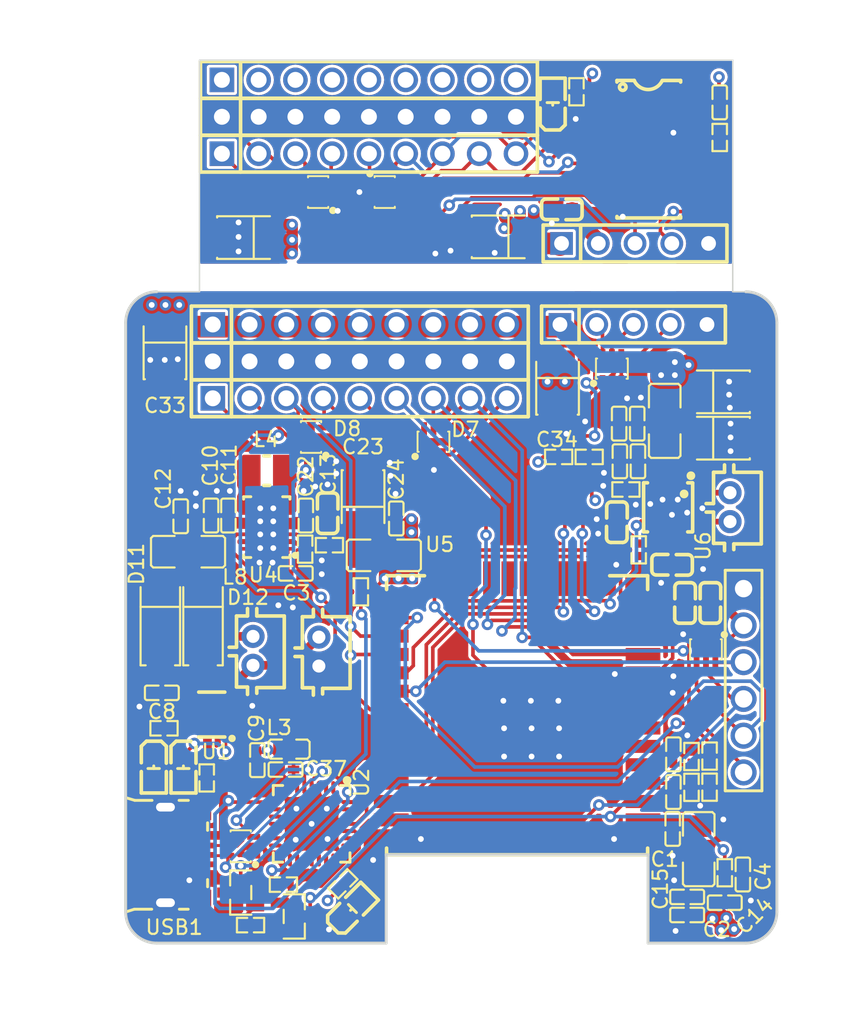
<source format=kicad_pcb>
(kicad_pcb (version 20221018) (generator pcbnew)
  (layers (0 "F.Cu" signal) (1 "In1.Cu" power) (2 "In2.Cu" power) (31 "B.Cu" signal) (34 "B.Paste" user) (35 "F.Paste" user) (36 "B.SilkS" user "B.Silkscreen") (37 "F.SilkS" user "F.Silkscreen") (38 "B.Mask" user) (39 "F.Mask" user) (44 "Edge.Cuts" user))
  (net 0 "")
  (net 1 "+3.3V")
  (net 2 "GND")
  (net 3 "Net-(U5-VDD33)")
  (net 4 "Net-(C18-Pad2)")
  (net 5 "/BMS/BAT+")
  (net 6 "+BATT")
  (net 7 "Net-(C20-Pad2)")
  (net 8 "/Audio")
  (net 9 "/Audio Amplifier/Speaker+")
  (net 10 "/Audio Amplifier/Speaker-")
  (net 11 "/SERVO9")
  (net 12 "/SERVO8")
  (net 13 "/SERVO7")
  (net 14 "/SERVO6")
  (net 15 "/SERVO5")
  (net 16 "/SERVO4")
  (net 17 "/SERVO3")
  (net 18 "/SERVO2")
  (net 19 "/SERVO1")
  (net 20 "/Servo Extender/SERVO9")
  (net 21 "/Servo Extender/SERVO8")
  (net 22 "/Servo Extender/SERVO7")
  (net 23 "/Servo Extender/SERVO6")
  (net 24 "/Servo Extender/SERVO5")
  (net 25 "/Servo Extender/SERVO4")
  (net 26 "/Servo Extender/SERVO3")
  (net 27 "/Servo Extender/SERVO2")
  (net 28 "/Servo Extender/SERVO1")
  (net 29 "/VBUS")
  (net 30 "Net-(C10-Pad2)")
  (net 31 "Net-(C13-Pad2)")
  (net 32 "Net-(U2-REGIN)")
  (net 33 "/Esp32/IO36")
  (net 34 "/SCL")
  (net 35 "/SDA")
  (net 37 "/USB_CP2102/D-")
  (net 38 "/USB_CP2102/D+")
  (net 40 "/Esp32/IO39")
  (net 41 "/Esp32/IO34")
  (net 42 "/Esp32/IO35")
  (net 43 "/Audio_Enable")
  (net 44 "Net-(L4-Pad1)")
  (net 45 "Net-(L4-Pad2)")
  (net 46 "Net-(LED1-A)")
  (net 47 "Net-(LED1-K)")
  (net 48 "Net-(LED2-C)")
  (net 49 "Net-(LED3-A)")
  (net 50 "Net-(LED4-A)")
  (net 51 "Net-(Q1-B)")
  (net 52 "/USB_CP2102/RTS")
  (net 53 "/ESP_EN")
  (net 54 "Net-(Q2-B)")
  (net 55 "/USB_CP2102/DTR")
  (net 56 "/ESP_IO0")
  (net 57 "Net-(U4-FB)")
  (net 58 "Net-(U1-PROG)")
  (net 59 "Net-(U6-IN-)")
  (net 60 "Net-(U6-IN+)")
  (net 61 "Net-(U7-~{OE})")
  (net 76 "/Screen4")
  (net 77 "/Screen3")
  (net 78 "/Screen2")
  (net 79 "/Screen1")
  (net 83 "/ESP_TX")
  (net 84 "/ESP_RX")
  (net 96 "Net-(U6-PVDD)")
  (net 105 "Net-(U4-EN)")
  (net 106 "Net-(D11-K)")
  (footprint "easyeda2kicad:HDR-TH_9P-P2.54-V-M" (layer "F.Cu") (at -124.32 -2.15)
    (fp_text reference "H6" hide)
    (fp_text value "9P 2.54 Male Header")
  )
  (footprint "easyeda2kicad:R0402" (layer "F.Cu") (at -134.9 26.63 90)
    (fp_text reference "R7" hide)
    (fp_text value "1kΩ 0402 50V")
  )
  (footprint "easyeda2kicad:MICRO-USB-SMD_10118193-0001LF" (layer "F.Cu") (at -136.41 31.95 -90)
    (fp_text reference "USB1")
    (fp_text value "10118193-0001LF")
  )
  (footprint "easyeda2kicad:CAP-SMD_L3.5-W2.8" (layer "F.Cu") (at -132.35 -10.7)
    (fp_text reference "C36" hide)
    (fp_text value "100uF")
  )
  (footprint "easyeda2kicad:C0402_NEW" (layer "F.Cu") (at -102.7 30.15 90)
    (fp_text reference "C1")
    (fp_text value "100nF")
  )
  (footprint "easyeda2kicad:SOT-363_L2.0-W1.3-P0.65-LS2.1-BR" (layer "F.Cu") (at -132.55 31.35)
    (fp_text reference "D1" hide)
    (fp_text value "SMF05CT1G")
  )
  (footprint "easyeda2kicad:CONN-TH_B2B-PH-K-S" (layer "F.Cu") (at -131.7 17.85 -90)
    (fp_text reference "CN3" hide)
    (fp_text value "B2B-PH-K-S(LF)(SN)")
  )
  (footprint "easyeda2kicad:SOT-23-3_L2.9-W1.3-P1.90-LS2.4-BR" (layer "F.Cu") (at -132.55 34.55)
    (fp_text reference "Q2" hide)
    (fp_text value "SS8050_C2150")
  )
  (footprint "easyeda2kicad:R0402" (layer "F.Cu") (at -110.58 4.45)
    (fp_text reference "R18" hide)
    (fp_text value "10kΩ 0402 50V")
  )
  (footprint "easyeda2kicad:R0402" (layer "F.Cu") (at -129.6 34)
    (fp_text reference "R3" hide)
    (fp_text value "10kΩ 0402 50V")
  )
  (footprint "easyeda2kicad:L1206" (layer "F.Cu") (at -100.9 31.55 90)
    (fp_text reference "L5" hide)
    (fp_text value "120Ω 3A ")
  )
  (footprint "easyeda2kicad:LED0603-R-RD" (layer "F.Cu") (at -136.5 25.9 -90)
    (fp_text reference "LED1" hide)
    (fp_text value "Red LED 0603")
  )
  (footprint "easyeda2kicad:LED0603-R-RD_WHITE" (layer "F.Cu") (at -111 -19.95 90)
    (fp_text reference "LED4" hide)
    (fp_text value "White Led 0603")
  )
  (footprint "easyeda2kicad:CONN-TH_B2B-PH-K-S" (layer "F.Cu") (at -98.7375 7.9225 -90)
    (fp_text reference "CN2" hide)
    (fp_text value "B2B-PH-K-S(LF)(SN)")
  )
  (footprint "easyeda2kicad:VSON-14_L4.0-W3.0-P0.50-BL-EP_TI_DSJ" (layer "F.Cu") (at -130.75 9.3 90)
    (fp_text reference "U4")
    (fp_text value "TPS63020DSJR")
  )
  (footprint "easyeda2kicad:C0603" (layer "F.Cu") (at -126.55 8.35 -90)
    (fp_text reference "C13")
    (fp_text value "22uF")
  )
  (footprint "easyeda2kicad:R0402" (layer "F.Cu") (at -100.15 25.12 90)
    (fp_text reference "R10" hide)
    (fp_text value "10kΩ 0402 50V")
  )
  (footprint "easyeda2kicad:LED0603-R-RD_WHITE" (layer "F.Cu") (at -124.898959 35.698959 45)
    (fp_text reference "LED3" hide)
    (fp_text value "White Led 0603")
  )
  (footprint "easyeda2kicad:CAP-SMD_L3.5-W2.8" (layer "F.Cu") (at -99.2 3.15 180)
    (fp_text reference "C27" hide)
    (fp_text value "100uF 6.3V Tantal 3528")
  )
  (footprint "easyeda2kicad:C0402" (layer "F.Cu") (at -134.6 8.5 -90)
    (fp_text reference "C10")
    (fp_text value "10uF")
  )
  (footprint "easyeda2kicad:IND-SMD_L2.5-W2.0" (layer "F.Cu") (at -130.75 5.4 180)
    (fp_text reference "L4")
    (fp_text value "2.8A 1uH ±20% 45mΩ")
  )
  (footprint "easyeda2kicad:HDR-TH_9P-P2.54-V-M" (layer "F.Cu") (at -124.32 0.4)
    (fp_text reference "H2" hide)
    (fp_text value "9P 2.54 Male Header")
  )
  (footprint "easyeda2kicad:R0402" (layer "F.Cu") (at -109.35 -20.78 90)
    (fp_text reference "R20" hide)
    (fp_text value "4.7kΩ 0402 50V")
  )
  (footprint "easyeda2kicad:CONN-TH_B2B-PH-K-S" (layer "F.Cu") (at -127.15 17.9 -90)
    (fp_text reference "CN1" hide)
    (fp_text value "B2B-PH-K-S(LF)(SN)")
  )
  (footprint "easyeda2kicad:CAP-SMD_L3.5-W2.8" (layer "F.Cu") (at -99.2 -0.05 180)
    (fp_text reference "C17" hide)
    (fp_text value "100uF 6.3V Tantal 3528")
  )
  (footprint "easyeda2kicad:C0603" (layer "F.Cu") (at -101.85 14.55 -90)
    (fp_text reference "C29" hide)
    (fp_text value "22uF")
  )
  (footprint "easyeda2kicad:R0402" (layer "F.Cu") (at -108.47 4.45 180)
    (fp_text reference "R17" hide)
    (fp_text value "10kΩ 0402 50V")
  )
  (footprint "easyeda2kicad:LED0603-R-RD" (layer "F.Cu") (at -138.55 25.9 -90)
    (fp_text reference "LED2" hide)
    (fp_text value "Green LED 0603")
  )
  (footprint "easyeda2kicad:L1206" (layer "F.Cu") (at -103.25 1.96 -90)
    (fp_text reference "L6" hide)
    (fp_text value "120Ω 3A ")
  )
  (footprint "easyeda2kicad:C0402" (layer "F.Cu") (at -133.400001 8.5 -90)
    (fp_text reference "C11")
    (fp_text value "10uF")
  )
  (footprint "easyeda2kicad:HDR-TH_5P-P2.54-V-F" (layer "F.Cu") (at -105.41 -4.7)
    (fp_text reference "H8" hide)
    (fp_text value "Header 2.54 5P Female")
  )
  (footprint "easyeda2kicad:C0402_NEW" (layer "F.Cu") (at -128.75 12.499999 180)
    (fp_text reference "C3")
    (fp_text value "16V 100nF X7R ±10% 0402")
  )
  (footprint "easyeda2kicad:SOT-363_L2.0-W1.3-P0.65-LS2.1-BR" (layer "F.Cu") (at -127.6875 3.07)
    (fp_text reference "D8")
    (fp_text value "SMF05CT1G")
  )
  (footprint "easyeda2kicad:C0402_NEW" (layer "F.Cu") (at -106.35 4.75 90)
    (fp_text reference "C30" hide)
    (fp_text value "16V 100nF X7R ±10% 0402")
  )
  (footprint "easyeda2kicad:CAP-SMD_L3.5-W2.8" (layer "F.Cu") (at -124.1 7.200001 -90)
    (fp_text reference "C23")
    (fp_text value "100uF")
  )
  (footprint "easyeda2kicad:SMA_L4.2-W2.6-LS5.3-RD" (layer "F.Cu") (at -138.1 16.15 -90)
    (fp_text reference "D11")
    (fp_text value "SS14")
  )
  (footprint "easyeda2kicad:SOT-23-6_L2.9-W1.6-P0.95-LS2.8-BR" (layer "F.Cu") (at -134.55 22.25)
    (fp_text reference "U1")
    (fp_text value "TP4057")
  )
  (footprint "easyeda2kicad:HDR-TH_9P-P2.54-V-M" (layer "F.Cu") (at -123.69 -19.05)
    (fp_text reference "H5" hide)
    (fp_text value "9P 2.54 Male Header")
  )
  (footprint "easyeda2kicad:L1206" (layer "F.Cu") (at -136.19 10.999999 180)
    (fp_text reference "L8")
    (fp_text value "120Ω 3A ")
  )
  (footprint "easyeda2kicad:R0402" (layer "F.Cu") (at -125.495944 33.945944 -135)
    (fp_text reference "R25" hide)
    (fp_text value "4.7kΩ 0402 50V")
  )
  (footprint "easyeda2kicad:C0402_NEW" (layer "F.Cu") (at -102.65 27.6 90)
    (fp_text reference "C26" hide)
    (fp_text value "100nF")
  )
  (footprint "easyeda2kicad:TSSOP-28_L9.7-W4.4-P0.65-LS6.4-TL" (layer "F.Cu") (at -104.35 -16.8)
    (fp_text reference "U7" hide)
    (fp_text value "PCA9685PW,118")
  )
  (footprint "easyeda2kicad:C0402_NEW" (layer "F.Cu") (at -129.45 26.05)
    (fp_text reference "C37")
    (fp_text value "100nF")
  )
  (footprint "easyeda2kicad:R0402" (layer "F.Cu") (at -99.45 -17.62 -90)
    (fp_text reference "R16" hide)
    (fp_text value "10kΩ 0402 50V")
  )
  (footprint "easyeda2kicad:R0402" (layer "F.Cu") (at -101.4 27.28 90)
    (fp_text reference "R12" hide)
    (fp_text value "10kΩ 0402 50V")
  )
  (footprint "easyeda2kicad:R0402" (layer "F.Cu") (at -105.05 10.87 90)
    (fp_text reference "R15" hide)
    (fp_text value "150kΩ 0402 50V")
  )
  (footprint "easyeda2kicad:C0402" (layer "F.Cu") (at -138 20.75)
    (fp_text reference "C8")
    (fp_text value "25V 1uF X5R ±10% 0402")
  )
  (footprint "easyeda2kicad:CAP-SMD_L3.5-W2.8" (layer "F.Cu") (at -110.65 -0.3 90)
    (fp_text reference "C34")
    (fp_text value "100uF")
  )
  (footprint "easyeda2kicad:R0402" (layer "F.Cu") (at -100.15 27.27 -90)
    (fp_text reference "R11" hide)
    (fp_text value "10kΩ 0402 50V")
  )
  (footprint "easyeda2kicad:SOT-363_L2.0-W1.3-P0.65-LS2.1-BR" (layer "F.Cu") (at -127.2 -13.85)
    (fp_text reference "D9" hide)
    (fp_text value "SMF05CT1G")
  )
  (footprint "easyeda2kicad:WIFIM-SMD_39P-L25.5-W18.0-P1.27" (layer "F.Cu") (at -113.45 21.83 180)
    (fp_text reference "U5")
    (fp_text value "ESP32-WROOM-32D(8MB)")
  )
  (footprint "easyeda2kicad:C0402_NEW" (layer "F.Cu") (at -121.8 8.7 -90)
    (fp_text reference "C24")
    (fp_text value "100nF")
  )
  (footprint "easyeda2kicad:SOT-363_L2.0-W1.3-P0.65-LS2.1-BR" (layer "F.Cu") (at -122.6 -13.85 180)
    (fp_text reference "D10" hide)
    (fp_text value "SMF05CT1G")
  )
  (footprint "easyeda2kicad:C0603" (layer "F.Cu") (at -110.35 -12.65)
    (fp_text reference "C21" hide)
    (fp_text value "22uF")
  )
  (footprint "easyeda2kicad:SOT-23-3_L2.9-W1.3-P1.90-LS2.4-BR" (layer "F.Cu") (at -128.85 36.2 180)
    (fp_text reference "Q1" hide)
    (fp_text value "SS8050_C2150")
  )
  (footprint "easyeda2kicad:R0402" (layer "F.Cu") (at -137.85 23.2)
    (fp_text reference "R4" hide)
    (fp_text value "2kΩ 0402 50V")
  )
  (footprint "easyeda2kicad:C0603" (layer "F.Cu") (at -100.1 14.55 -90)
    (fp_text reference "C32" hide)
    (fp_text value "22uF")
  )
  (footprint "easyeda2kicad:HDR-TH_9P-P2.54-V-M" (layer "F.Cu") (at -123.69 -21.6)
    (fp_text reference "H4" hide)
    (fp_text value "9P 2.54 Male Header")
  )
  (footprint "easyeda2kicad:R0402" (layer "F.Cu") (at -126.42 10.55)
    (fp_text reference "R2" hide)
    (fp_text value "100kΩ 0402 50V")
  )
  (footprint "easyeda2kicad:C0402_NEW" (layer "F.Cu") (at -105.1 4.75 90)
    (fp_text reference "C28" hide)
    (fp_text value "16V 100nF X7R ±10% 0402")
  )
  (footprint "easyeda2kicad:C0402" (layer "F.Cu") (at -97.85 33.3 90)
    (fp_text reference "C4")
    (fp_text value "10uF")
  )
  (footprint "easyeda2kicad:HDR-TH_9P-P2.54-V-M" (layer "F.Cu") (at -123.69 -16.5)
    (fp_text reference "H7" hide)
    (fp_text value "9P 2.54 Male Header")
  )
  (footprint "easyeda2kicad:C0402" (layer "F.Cu") (at -99.1 35.25 180)
    (fp_text reference "C14")
    (fp_text value "10uF")
  )
  (footprint "easyeda2kicad:L0603" (layer "F.Cu") (at -129.2 24.65)
    (fp_text reference "L3")
    (fp_text value "600Ω 200mA")
  )
  (footprint "easyeda2kicad:C0402" (layer "F.Cu") (at -105.15 2.15 -90)
    (fp_text reference "C31" hide)
    (fp_text value "25V 1uF X5R ±10% 0402")
  )
  (footprint "easyeda2kicad:C0402" (layer "F.Cu") (at -128.049999 8.5 -90)
    (fp_text reference "C22")
    (fp_text value "10uF")
  )
  (footprint "easyeda2kicad:C0402" (layer "F.Cu") (at -136.7 8.55 -90)
    (fp_text reference "C12")
    (fp_text value "10uF")
  )
  (footprint "easyeda2kicad:C0402_NEW" (layer "F.Cu") (at -102.65 25 -90)
    (fp_text reference "C25" hide)
    (fp_text value "100nF")
  )
  (footprint "easyeda2kicad:C0402" (layer "F.Cu") (at -101.7 36.1)
    (fp_text reference "C2")
    (fp_text value "10uF")
  )
  (footprint "easyeda2kicad:MSOP-8_L3.0-W3.0-P0.65-LS5.0-BL" (layer "F.Cu") (at -103.05 7.9 180)
    (fp_text reference "U6")
    (fp_text value "PAM8303DBSC")
  )
  (footprint "easyeda2kicad:SOT-363_L2.0-W1.3-P0.65-LS2.1-BR" (layer "F.Cu") (at -100.4 17.75 90)
    (fp_text reference "D4" hide)
    (fp_text value "SMF05CT1G")
  )
  (footprint "easyeda2kicad:SOT-363_L2.0-W1.3-P0.65-LS2.1-BR" (layer "F.Cu") (at -106.9 -1.65 -90)
    (fp_text reference "D5" hide)
    (fp_text value "SMF05CT1G")
  )
  (footprint "easyeda2kicad:L1206" (layer "F.Cu") (at -122.660001 11.25 180)
    (fp_text reference "L1" hide)
    (fp_text value "120Ω 3A ")
  )
  (footprint "easyeda2kicad:SOT-363_L2.0-W1.3-P0.65-LS2.1-BR" (layer "F.Cu") (at -119.23 3.4 -90)
    (fp_text reference "D7")
    (fp_text value "SMF05CT1G")
  )
  (footprint "easyeda2kicad:R0402" (layer "F.Cu") (at -131.87 36.8 180)
    (fp_text reference "R5" hide)
    (fp_text value "10kΩ 0402 50V")
  )
  (footprint "easyeda2kicad:HDR-TH_5P-P2.54-V-F" (layer "F.Cu") (at -105.3 -10.3)
    (fp_text reference "H9" hide)
    (fp_text value "Header 2.54 5P Female")
  )
  (footprint "easyeda2kicad:SMA_L4.2-W2.6-LS5.3-RD" (layer "F.Cu") (at -135.15 16.15 -90)
    (fp_text reference "D12")
    (fp_text value "SS14")
  )
  (footprint "easyeda2kicad:HDR-TH_6P-P2.54-V-M-1" (layer "F.Cu") (at -97.8 19.9 -90)
    (fp_text reference "H3" hide)
    (fp_text value "6P 2.54 Male Header")
  )
  (footprint "easyeda2kicad:R0402" (layer "F.Cu") (at -99.1 33.18 90)
    (fp_text reference "R13" hide)
    (fp_text value "10kΩ 0402 50V")
  )
  (footprint "easyeda2kicad:C0402" (layer "F.Cu") (at -131.4 25.4 90)
    (fp_text reference "C9")
    (fp_text value "1uF")
  )
  (footprint "easyeda2kicad:HDR-TH_9P-P2.54-V-M" (layer "F.Cu") (at -124.32 -4.7)
    (fp_text reference "H1" hide)
    (fp_text value "9P 2.54 Male Header")
  )
  (footprint "easyeda2kicad:R0402" (layer "F.Cu") (at -105.93 6.7)
    (fp_text reference "R14" hide)
    (fp_text value "150kΩ 0402 50V")
  )
  (footprint "easyeda2kicad:C0402" (layer "F.Cu") (at -101.7 34.85)
    (fp_text reference "C15")
    (fp_text value "10uF")
  )
  (footprint "easyeda2kicad:C0402_NEW" (layer "F.Cu") (at -99.45 -20.05 90)
    (fp_text reference "C16" hide)
    (fp_text value "100nF")
  )
  (footprint "easyeda2kicad:WQFN-28_L5.0-W5.0-P0.50-BL-EP3.2" (layer "F.Cu") (at -127.65 29.8 180)
    (fp_text reference "U2")
    (fp_text value "CP2102-GMR")
  )
  (footprint "easyeda2kicad:R0402" (layer "F.Cu") (at -124.25 13.77 90)
    (fp_text reference "R1" hide)
    (fp_text value "10kΩ 0402 50V")
  )
  (footprint "easyeda2kicad:C0603" (layer "F.Cu") (at -106.55 8.95 90)
    (fp_text reference "C20" hide)
    (fp_text value "15nF")
  )
  (footprint "easyeda2kicad:C0603" (layer "F.Cu") (at -102.75 11.9 180)
    (fp_text reference "C18" hide)
    (fp_text value "15nF")
  )
  (footprint "easyeda2kicad:R0402" (layer "F.Cu") (at -101.4 25.15 -90)
    (fp_text reference "R19" hide)
    (fp_text value "10kΩ 0402 50V")
  )
  (footprint "easyeda2kicad:CAP-SMD_L3.5-W2.8" (layer "F.Cu") (at -114.75 -10.75)
    (fp_text reference "C35" hide)
    (fp_text value "100uF")
  )
  (footprint "easyeda2kicad:CAP-SMD_L3.5-W2.8" (layer "F.Cu") (at -137.78 -2.75 90)
    (fp_text reference "C33")
    (fp_text value "100uF")
  )
  (footprint "easyeda2kicad:R0402" (layer "F.Cu") (at -128.100001 10.82 90)
    (fp_text reference "R8" hide)
    (fp_text value "18kΩ 0402 50V")
  )
  (footprint "easyeda2kicad:C0402" (layer "F.Cu") (at -106.4 2.15 -90)
    (fp_text reference "C19" hide)
    (fp_text value "25V 1uF X5R ±10% 0402")
  )
  (gr_line (start -140.5 35.89) (end -140.5 -4.81) (stroke (width 0.2)) (layer "Edge.Cuts"))
  (gr_arc (start -97.65 -6.96) (mid -96.12972 -6.33028) (end -95.5 -4.81) (stroke (width 0.2)) (layer "Edge.Cuts"))
  (gr_line (start -97.65 -6.96) (end -98.55 -6.96) (stroke (width 0.1)) (layer "Edge.Cuts"))
  (gr_arc (start -140.5 -4.81) (mid -139.87028 -6.33028) (end -138.35 -6.96) (stroke (width 0.2)) (layer "Edge.Cuts"))
  (gr_line (start -95.5 35.89) (end -95.5 -4.81) (stroke (width 0.2)) (layer "Edge.Cuts"))
  (gr_line (start -104.4 31.94) (end -104.4 38.04) (stroke (width 0.2)) (layer "Edge.Cuts"))
  (gr_line (start -122.5 31.939999) (end -104.4 31.94) (stroke (width 0.2)) (layer "Edge.Cuts"))
  (gr_line (start -135.4 -22.96) (end -135.4 -8.959999) (stroke (width 0.1)) (layer "Edge.Cuts"))
  (gr_line (start -135.4 -8.959999) (end -135.4 -6.96) (stroke (width 0.1)) (layer "Edge.Cuts"))
  (gr_line (start -138.35 38.04) (end -122.5 38.04) (stroke (width 0.2)) (layer "Edge.Cuts"))
  (gr_line (start -98.550001 -8.96) (end -98.55 -6.96) (stroke (width 0.1)) (layer "Edge.Cuts"))
  (gr_line (start -98.55 -22.96) (end -98.550001 -8.96) (stroke (width 0.1)) (layer "Edge.Cuts"))
  (gr_line (start -138.35 -6.96) (end -135.4 -6.96) (stroke (width 0.1)) (layer "Edge.Cuts"))
  (gr_line (start -98.55 -22.96) (end -135.4 -22.96) (stroke (width 0.1)) (layer "Edge.Cuts"))
  (gr_arc (start -138.35 38.04) (mid -139.87028 37.41028) (end -140.5 35.89) (stroke (width 0.2)) (layer "Edge.Cuts"))
  (gr_line (start -104.4 38.04) (end -97.65 38.04) (stroke (width 0.2)) (layer "Edge.Cuts"))
  (gr_line (start -122.5 31.939999) (end -122.5 38.04) (stroke (width 0.2)) (layer "Edge.Cuts"))
  (gr_arc (start -95.5 35.89) (mid -96.12972 37.41028) (end -97.65 38.04) (stroke (width 0.2)) (layer "Edge.Cuts"))
  (segment (start -108.05 7.45) (end -108.29 7.21) (width 0.25) (layer "F.Cu") (net 1))
  (segment (start -107.55 -4.3) (end -107.95 -4.7) (width 0.25) (layer "F.Cu") (net 1))
  (segment (start -99.45 -20.6) (end -99.775 -20.925) (width 0.25) (layer "F.Cu") (net 1))
  (segment (start -108.45 -21.85) (end -108.25 -22.05) (width 0.25) (layer "F.Cu") (net 1))
  (segment (start -108.45 -21.21) (end -107.73 -21.21) (width 0.25) (layer "F.Cu") (net 1))
  (segment (start -125.8 34.25) (end -125.8 34.35) (width 0.25) (layer "F.Cu") (net 1))
  (segment (start -108.29 4.7) (end -108.04 4.45) (width 0.25) (layer "F.Cu") (net 1))
  (segment (start -99.5 -21.2) (end -99.5 -21.8) (width 0.25) (layer "F.Cu") (net 1))
  (segment (start -111.01 4.45) (end -111.65 4.45) (width 0.25) (layer "F.Cu") (net 1))
  (segment (start -124.25 13.34) (end -123.09 13.34) (width 0.25) (layer "F.Cu") (net 1))
  (segment (start -101.85 15.25) (end -98.64 15.25) (width 0.6) (layer "F.Cu") (net 1))
  (segment (start -100.9 33.14) (end -100.43 33.61) (width 0.6) (layer "F.Cu") (net 1))
  (segment (start -99.775 -20.925) (end -99.5 -21.2) (width 0.25) (layer "F.Cu") (net 1))
  (segment (start -130.1 24.85) (end -129.9 24.65) (width 0.25) (layer "F.Cu") (net 1))
  (segment (start -125.8 34.35) (end -126.55 35.1) (width 0.25) (layer "F.Cu") (net 1))
  (segment (start -109.65 -12.35) (end -109.65 -12.65) (width 1) (layer "F.Cu") (net 1))
  (segment (start -111.65 4.45) (end -112 4.8) (width 0.25) (layer "F.Cu") (net 1))
  (segment (start -107.95 -10.19) (end -107.84 -10.3) (width 0.25) (layer "F.Cu") (net 1))
  (segment (start -107.84 -10.3) (end -107.84 -10.54) (width 1) (layer "F.Cu") (net 1))
  (segment (start -108.29 7.21) (end -108.29 4.7) (width 0.25) (layer "F.Cu") (net 1))
  (segment (start -109.35 -21.21) (end -108.45 -21.21) (width 0.25) (layer "F.Cu") (net 1))
  (segment (start -107.55 -2.55) (end -107.55 -4.3) (width 0.25) (layer "F.Cu") (net 1))
  (segment (start -107.55 -21.03) (end -107.55 -18.42) (width 0.25) (layer "F.Cu") (net 1))
  (segment (start -98.64 15.25) (end -97.8 16.09) (width 0.6) (layer "F.Cu") (net 1))
  (segment (start -108.45 -21.21) (end -108.45 -21.85) (width 0.25) (layer "F.Cu") (net 1))
  (segment (start -99.75 16.85) (end -98.56 16.85) (width 0.25) (layer "F.Cu") (net 1))
  (segment (start -131.4 24.85) (end -130.1 24.85) (width 0.25) (layer "F.Cu") (net 1))
  (segment (start -98.56 16.85) (end -97.8 16.09) (width 0.25) (layer "F.Cu") (net 1))
  (segment (start -99.87 -21.02) (end -101.15 -21.02) (width 0.25) (layer "F.Cu") (net 1))
  (segment (start -123.09 13.34) (end -122.6 12.85) (width 0.25) (layer "F.Cu") (net 1))
  (segment (start -107.84 -10.54) (end -109.65 -12.35) (width 1) (layer "F.Cu") (net 1))
  (segment (start -99.775 -20.925) (end -99.87 -21.02) (width 0.25) (layer "F.Cu") (net 1))
  (segment (start -107.73 -21.21) (end -107.55 -21.03) (width 0.25) (layer "F.Cu") (net 1))
  (via (at -120.7 12.85) (size 0.8) (drill 0.4) (layers "F.Cu" "B.Cu") (net 1))
  (via (at -108.05 7.45) (size 0.8) (drill 0.4) (layers "F.Cu" "B.Cu") (net 1))
  (via (at -108.25 -22.05) (size 0.8) (drill 0.4) (layers "F.Cu" "B.Cu") (net 1))
  (via (at -121.65 12.849999) (size 0.8) (drill 0.4) (layers "F.Cu" "B.Cu") (net 1))
  (via (at -122.6 12.85) (size 0.8) (drill 0.4) (layers "F.Cu" "B.Cu") (net 1))
  (via (at -130.7 24.7) (size 0.8) (drill 0.4) (layers "F.Cu" "B.Cu") (net 1))
  (via (at -99 36.3) (size 0.8) (drill 0.4) (layers "F.Cu" "B.Cu") (net 1))
  (via (at -126.55 35.1) (size 0.8) (drill 0.4) (layers "F.Cu" "B.Cu") (net 1))
  (via (at -112 4.8) (size 0.8) (drill 0.4) (layers "F.Cu" "B.Cu") (net 1))
  (via (at -98.453056 37.074368) (size 0.8) (drill 0.4) (layers "F.Cu" "B.Cu") (net 1))
  (via (at -120.75 9.65) (size 0.8) (drill 0.4) (layers "F.Cu" "B.Cu") (net 1))
  (via (at -99.35 37.15) (size 0.8) (drill 0.4) (layers "F.Cu" "B.Cu") (net 1))
  (via (at -99.5 -21.8) (size 0.8) (drill 0.4) (layers "F.Cu" "B.Cu") (net 1))
  (via (at -99.95 36.35) (size 0.8) (drill 0.4) (layers "F.Cu" "B.Cu") (net 1))
  (via (at -120.749999 8.75) (size 0.8) (drill 0.4) (layers "F.Cu" "B.Cu") (net 1))
  (segment (start -129.800001 10.3) (end -130.3 9.800001) (width 0.25) (layer "F.Cu") (net 2))
  (segment (start -130.700001 10.3) (end -131.2 9.800001) (width 0.25) (layer "F.Cu") (net 2))
  (segment (start -126.7875 3.72) (end -126.7875 3.912501) (width 0.25) (layer "F.Cu") (net 2))
  (segment (start -134.58 -2.25) (end -134.48 -2.15) (width 1.5) (layer "F.Cu") (net 2))
  (segment (start -100.4 16.2) (end -100.525 16.075) (width 0.25) (layer "F.Cu") (net 2))
  (segment (start -99.82 -18.42) (end -101.15 -18.42) (width 0.25) (layer "F.Cu") (net 2))
  (segment (start -99.88 -19.07) (end -99.45 -19.5) (width 0.25) (layer "F.Cu") (net 2))
  (segment (start -99.45 -18.05) (end -99.82 -18.42) (width 0.25) (layer "F.Cu") (net 2))
  (segment (start -122.15 30.8) (end -120.15 30.8) (width 0.25) (layer "F.Cu") (net 2))
  (segment (start -133.2 22.25) (end -132.35 22.25) (width 0.4) (layer "F.Cu") (net 2))
  (segment (start -107.75 9.65) (end -107.85 9.75) (width 0.25) (layer "F.Cu") (net 2))
  (segment (start -125.85 -12.55) (end -126.3 -13) (width 0.25) (layer "F.Cu") (net 2))
  (segment (start -131.65 10.3) (end -132.2 10.3) (width 0.25) (layer "F.Cu") (net 2))
  (segment (start -100.1 13.85) (end -98.1 13.85) (width 0.25) (layer "F.Cu") (net 2))
  (segment (start -126.3 -13) (end -126.3 -13.85) (width 0.25) (layer "F.Cu") (net 2))
  (segment (start -101.575 16.075) (end -101.9755 16.4755) (width 0.25) (layer "F.Cu") (net 2))
  (segment (start -101.15 -19.07) (end -99.88 -19.07) (width 0.25) (layer "F.Cu") (net 2))
  (segment (start -106.55 9.65) (end -107.75 9.65) (width 0.25) (layer "F.Cu") (net 2))
  (segment (start -100.33 -10.19) (end -100.22 -10.3) (width 0.25) (layer "F.Cu") (net 2))
  (segment (start -128.1 12.4) (end -128.199999 12.5) (width 0.25) (layer "F.Cu") (net 2))
  (segment (start -101.9755 16.4755) (end -101.9755 16.7) (width 0.25) (layer "F.Cu") (net 2))
  (segment (start -129.85 10.3) (end -129.3 10.3) (width 0.25) (layer "F.Cu") (net 2))
  (segment (start -119.23 5.32) (end -119.2 5.35) (width 0.25) (layer "F.Cu") (net 2))
  (segment (start -100.525 16.075) (end -101.575 16.075) (width 0.25) (layer "F.Cu") (net 2))
  (segment (start -102.73 8.47) (end -102.75 8.45) (width 0.4) (layer "F.Cu") (net 2))
  (segment (start -130.3 10.75) (end -129.85 10.3) (width 0.25) (layer "F.Cu") (net 2))
  (segment (start -101.85 13.85) (end -100.1 13.85) (width 0.25) (layer "F.Cu") (net 2))
  (segment (start -138.8 -2.25) (end -134.58 -2.25) (width 1.5) (layer "F.Cu") (net 2))
  (segment (start -125.65 36.3) (end -126.45 37.1) (width 0.25) (layer "F.Cu") (net 2))
  (segment (start -132.2 10.3) (end -131.75 10.3) (width 0.25) (layer "F.Cu") (net 2))
  (segment (start -98.1 13.85) (end -97.8 13.55) (width 0.25) (layer "F.Cu") (net 2))
  (segment (start -131.75 10.3) (end -130.75 9.3) (width 0.25) (layer "F.Cu") (net 2))
  (segment (start -124.346108 -13.85) (end -123.65 -13.85) (width 0.4) (layer "F.Cu") (net 2))
  (segment (start -134.48 -2.15) (end -114.16 -2.15) (width 1.5) (layer "F.Cu") (net 2))
  (segment (start -125.5 36.3) (end -125.65 36.3) (width 0.25) (layer "F.Cu") (net 2))
  (segment (start -100.4 16.85) (end -100.4 16.2) (width 0.25) (layer "F.Cu") (net 2))
  (segment (start -127.15 27.3) (end -127.15 29.3) (width 0.25) (layer "F.Cu") (net 2))
  (segment (start -126.7875 3.72) (end -126.7875 3.07) (width 0.25) (layer "F.Cu") (net 2))
  (segment (start -129.3 10.3) (end -130.700001 10.3) (width 0.25) (layer "F.Cu") (net 2))
  (segment (start -128.1 11.249999) (end -128.1 12.4) (width 0.25) (layer "F.Cu") (net 2))
  (segment (start -106.6 11.9) (end -106.77 11.9) (width 0.25) (layer "F.Cu") (net 2))
  (segment (start -129.3 10.3) (end -129.800001 10.3) (width 0.25) (layer "F.Cu") (net 2))
  (segment (start -119.23 4.3) (end -119.23 5.32) (width 0.25) (layer "F.Cu") (net 2))
  (segment (start -102.73 10.05) (end -102.73 8.47) (width 0.4) (layer "F.Cu") (net 2))
  (segment (start -106.77 11.9) (end -107.73 12.86) (width 0.25) (layer "F.Cu") (net 2))
  (segment (start -120.15 30.8) (end -120.1 30.85) (width 0.25) (layer "F.Cu") (net 2))
  (segment (start -132.35 22.25) (end -131.75 21.65) (width 0.4) (layer "F.Cu") (net 2))
  (segment (start -131.2 10.75) (end -131.65 10.3) (width 0.25) (layer "F.Cu") (net 2))
  (segment (start -126.7875 3.912501) (end -125.950001 4.75) (width 0.25) (layer "F.Cu") (net 2))
  (segment (start -127.15 29.3) (end -127.65 29.8) (width 0.25) (layer "F.Cu") (net 2))
  (via (at -103.5 13.15) (size 0.8) (drill 0.4) (layers "F.Cu" "B.Cu") (net 2))
  (via (at -131.25 11.75) (size 0.8) (drill 0.4) (layers "F.Cu" "B.Cu") (net 2))
  (via (at -99.2 29.5) (size 0.8) (drill 0.4) (layers "F.Cu" "B.Cu") (net 2))
  (via (at -134.2 6.799999) (size 0.8) (drill 0.4) (layers "F.Cu" "B.Cu") (net 2))
  (via (at -102.7 32) (size 0.8) (drill 0.4) (layers "F.Cu" "B.Cu") (net 2))
  (via (at -102.7 20.75) (size 0.8) (drill 0.4) (layers "F.Cu" "B.Cu") (net 2))
  (via (at -110.55 25.15) (size 0.8) (drill 0.4) (layers "F.Cu" "B.Cu") (net 2))
  (via (at -106.75 30.85) (size 0.8) (drill 0.4) (layers "F.Cu" "B.Cu") (net 2))
  (via (at -109.4 -18.9) (size 0.8) (drill 0.4) (layers "F.Cu" "B.Cu") (net 2))
  (via (at -130.3 10.75) (size 0.8) (drill 0.4) (layers "F.Cu" "B.Cu") (net 2))
  (via (at -128.2 6.8) (size 0.8) (drill 0.4) (layers "F.Cu" "B.Cu") (net 2))
  (via (at -107.5 6.45) (size 0.8) (drill 0.4) (layers "F.Cu" "B.Cu") (net 2))
  (via (at -123.4 32.3) (size 0.8) (drill 0.4) (layers "F.Cu" "B.Cu") (net 2))
  (via (at -103.4 7.4) (size 0.8) (drill 0.4) (layers "F.Cu" "B.Cu") (net 2))
  (via (at -107.45 5.55) (size 0.8) (drill 0.4) (layers "F.Cu" "B.Cu") (net 2))
  (via (at -101.9755 16.7) (size 0.8) (drill 0.4) (layers "F.Cu" "B.Cu") (net 2))
  (via (at -125.950001 4.75) (size 0.8) (drill 0.4) (layers "F.Cu" "B.Cu") (net 2))
  (via (at -131.2 9.800001) (size 0.8) (drill 0.4) (layers "F.Cu" "B.Cu") (net 2))
  (via (at -125.85 -12.55) (size 0.8) (drill 0.4) (layers "F.Cu" "B.Cu") (net 2))
  (via (at -138.8 -2.25) (size 0.8) (drill 0.4) (layers "F.Cu" "B.Cu") (net 2))
  (via (at -112.45 23.2) (size 0.8) (drill 0.4) (layers "F.Cu" "B.Cu") (net 2))
  (via (at -136.1 33.7) (size 0.8) (drill 0.4) (layers "F.Cu" "B.Cu") (net 2))
  (via (at -125.95 5.600001) (size 0.8) (drill 0.4) (layers "F.Cu" "B.Cu") (net 2))
  (via (at -105.25 7.75) (size 0.8) (drill 0.4) (layers "F.Cu" "B.Cu") (net 2))
  (via (at -100.6 12.2) (size 0.8) (drill 0.4) (layers "F.Cu" "B.Cu") (net 2))
  (via (at -110.6 21.3) (size 0.8) (drill 0.4) (layers "F.Cu" "B.Cu") (net 2))
  (via (at -102.65 -17.95) (size 0.8) (drill 0.4) (layers "F.Cu" "B.Cu") (net 2))
  (via (at -102.75 8.45) (size 0.8) (drill 0.4) (layers "F.Cu" "B.Cu") (net 2))
  (via (at -101.687299 23.687299) (size 0.8) (drill 0.4) (layers "F.Cu" "B.Cu") (net 2))
  (via (at -120.1 30.85) (size 0.8) (drill 0.4) (layers "F.Cu" "B.Cu") (net 2))
  (via (at -98.7 2.15) (size 0.8) (drill 0.4) (layers "F.Cu" "B.Cu") (net 2))
  (via (at -100.8 28.55) (size 0.8) (drill 0.4) (layers "F.Cu" "B.Cu") (net 2))
  (via (at -112.45 25.15) (size 0.8) (drill 0.4) (layers "F.Cu" "B.Cu") (net 2))
  (via (at -124.346108 -13.85) (size 0.8) (drill 0.4) (layers "F.Cu" "B.Cu") (net 2))
  (via (at -98.7 4.05) (size 0.8) (drill 0.4) (layers "F.Cu" "B.Cu") (net 2))
  (via (at -114.35 23.2) (size 0.8) (drill 0.4) (layers "F.Cu" "B.Cu") (net 2))
  (via (at -110.05 2.85) (size 0.8) (drill 0.4) (layers "F.Cu" "B.Cu") (net 2))
  (via (at -104.9 0.35) (size 0.8) (drill 0.4) (layers "F.Cu" "B.Cu") (net 2))
  (via (at -112.5 21.3) (size 0.8) (drill 0.4) (layers "F.Cu" "B.Cu") (net 2))
  (via (at -101.7 8.3) (size 0.8) (drill 0.4) (layers "F.Cu" "B.Cu") (net 2))
  (via (at -132.7 -11.75) (size 0.8) (drill 0.4) (layers "F.Cu" "B.Cu") (net 2))
  (via (at -119.1 -9.6) (size 0.8) (drill 0.4) (layers "F.Cu" "B.Cu") (net 2))
  (via (at -131.200001 8.9) (size 0.8) (drill 0.4) (layers "F.Cu" "B.Cu") (net 2))
  (via (at -129.95 14.7) (size 0.8) (drill 0.4) (layers "F.Cu" "B.Cu") (net 2))
  (via (at -118.05 -9.8) (size 0.8) (drill 0.4) (layers "F.Cu" "B.Cu") (net 2))
  (via (at -126.95 11.6) (size 0.8) (drill 0.4) (layers "F.Cu" "B.Cu") (net 2))
  (via (at -114.4 21.3) (size 0.8) (drill 0.4) (layers "F.Cu" "B.Cu") (net 2))
  (via (at -102.65 19.6) (size 0.8) (drill 0.4) (layers "F.Cu" "B.Cu") (net 2))
  (via (at -105.85 0.4) (size 0.8) (drill 0.4) (layers "F.Cu" "B.Cu") (net 2))
  (via (at -128.7 28.75) (size 0.8) (drill 0.4) (layers "F.Cu" "B.Cu") (net 2))
  (via (at -104.25 7.7) (size 0.8) (drill 0.4) (layers "F.Cu" "B.Cu") (net 2))
  (via (at -132.7 -10.75) (size 0.8) (drill 0.4) (layers "F.Cu" "B.Cu") (net 2))
  (via (at -132.7 -9.75) (size 0.8) (drill 0.4) (layers "F.Cu" "B.Cu") (net 2))
  (via (at -136.7 6.799999) (size 0.8) (drill 0.4) (layers "F.Cu" "B.Cu") (net 2))
  (via (at -136.9 -2.3) (size 0.8) (drill 0.4) (layers "F.Cu" "B.Cu") (net 2))
  (via (at -119.2 5.35) (size 0.8) (drill 0.4) (layers "F.Cu" "B.Cu") (net 2))
  (via (at -98.8 0.15) (size 0.8) (drill 0.4) (layers "F.Cu" "B.Cu") (net 2))
  (via (at -122.2 5.75) (size 0.8) (drill 0.4) (layers "F.Cu" "B.Cu") (net 2))
  (via (at -139.55 21.7) (size 0.8) (drill 0.4) (layers "F.Cu" "B.Cu") (net 2))
  (via (at -126.6 28.75) (size 0.8) (drill 0.4) (layers "F.Cu" "B.Cu") (net 2))
  (via (at -131.75 21.65) (size 0.8) (drill 0.4) (layers "F.Cu" "B.Cu") (net 2))
  (via (at -110.55 23.2) (size 0.8) (drill 0.4) (layers "F.Cu" "B.Cu") (net 2))
  (via (at -128.75 30.9) (size 0.8) (drill 0.4) (layers "F.Cu" "B.Cu") (net 2))
  (via (at -121.85 7) (size 0.8) (drill 0.4) (layers "F.Cu" "B.Cu") (net 2))
  (via (at -98.75 1.05) (size 0.8) (drill 0.4) (layers "F.Cu" "B.Cu") (net 2))
  (via (at -130.3 9.800001) (size 0.8) (drill 0.4) (layers "F.Cu" "B.Cu") (net 2))
  (via (at -98.8 -0.75) (size 0.8) (drill 0.4) (layers "F.Cu" "B.Cu") (net 2))
  (via (at -107.85 9.75) (size 0.8) (drill 0.4) (layers "F.Cu" "B.Cu") (net 2))
  (via (at -128.95 14.85) (size 0.8) (drill 0.4) (layers "F.Cu" "B.Cu") (net 2))
  (via (at -106.7 19.45) (size 0.8) (drill 0.4) (layers "F.Cu" "B.Cu") (net 2))
  (via (at -135.65 6.949999) (size 0.8) (drill 0.4) (layers "F.Cu" "B.Cu") (net 2))
  (via (at -131.2 10.75) (size 0.8) (drill 0.4) (layers "F.Cu" "B.Cu") (net 2))
  (via (at -127.65 29.8) (size 0.8) (drill 0.4) (layers "F.Cu" "B.Cu") (net 2))
  (via (at -108.75 2) (size 0.8) (drill 0.4) (layers "F.Cu" "B.Cu") (net 2))
  (via (at -126.55 30.85) (size 0.8) (drill 0.4) (layers "F.Cu" "B.Cu") (net 2))
  (via (at -126.45 37.1) (size 0.8) (drill 0.4) (layers "F.Cu" "B.Cu") (net 2))
  (via (at -102.6 33.7) (size 0.8) (drill 0.4) (layers "F.Cu" "B.Cu") (net 2))
  (via (at -106.6 11.9) (size 0.8) (drill 0.4) (layers "F.Cu" "B.Cu") (net 2))
  (via (at -127.4 6.5) (size 0.8) (drill 0.4) (layers "F.Cu" "B.Cu") (net 2))
  (via (at -100.65 8) (size 0.8) (drill 0.4) (layers "F.Cu" "B.Cu") (net 2))
  (via (at -102.5 37.2) (size 0.8) (drill 0.4) (layers "F.Cu" "B.Cu") (net 2))
  (via (at -106.15 -12.15) (size 0.8) (drill 0.4) (layers "F.Cu" "B.Cu") (net 2))
  (via (at -97.3 35.1) (size 0.8) (drill 0.4) (layers "F.Cu" "B.Cu") (net 2))
  (via (at -114.35 25.15) (size 0.8) (drill 0.4) (layers "F.Cu" "B.Cu") (net 2))
  (via (at -133.3 6.799999) (size 0.8) (drill 0.4) (layers "F.Cu" "B.Cu") (net 2))
  (via (at -115 -9.65) (size 0.8) (drill 0.4) (layers "F.Cu" "B.Cu") (net 2))
  (via (at -126.55 6.35) (size 0.8) (drill 0.4) (layers "F.Cu" "B.Cu") (net 2))
  (via (at -98.7 3.1) (size 0.8) (drill 0.4) (layers "F.Cu" "B.Cu") (net 2))
  (via (at -126.95 12.549999) (size 0.8) (drill 0.4) (layers "F.Cu" "B.Cu") (net 2))
  (via (at -102.35 7.4) (size 0.8) (drill 0.4) (layers "F.Cu" "B.Cu") (net 2))
  (via (at -130.299999 8.9) (size 0.8) (drill 0.4) (layers "F.Cu" "B.Cu") (net 2))
  (via (at -131.2 7.999999) (size 0.8) (drill 0.4) (layers "F.Cu" "B.Cu") (net 2))
  (via (at -137.8 -2.25) (size 0.8) (drill 0.4) (layers "F.Cu" "B.Cu") (net 2))
  (via (at -122.25 4.85) (size 0.8) (drill 0.4) (layers "F.Cu" "B.Cu") (net 2))
  (via (at -130.3 7.999999) (size 0.8) (drill 0.4) (layers "F.Cu" "B.Cu") (net 2))
  (via (at -111.05 -11.7) (size 0.8) (drill 0.4) (layers "F.Cu" "B.Cu") (net 2))
  (via (at -107.95 8.75) (size 0.8) (drill 0.4) (layers "F.Cu" "B.Cu") (net 2))
  (via (at -135.649999 7.85) (size 0.8) (drill 0.4) (layers "F.Cu" "B.Cu") (net 2))
  (via (at -130.35 11.75) (size 0.8) (drill 0.4) (layers "F.Cu" "B.Cu") (net 2))
  (segment (start -101.33 29.53) (end -104.75 29.53) (width 0.6) (layer "F.Cu") (net 3))
  (segment (start -100.9 29.96) (end -101.33 29.53) (width 0.6) (layer "F.Cu") (net 3))
  (segment (start -104.05 11.3) (end -103.45 11.9) (width 0.25) (layer "F.Cu") (net 4))
  (segment (start -105.05 11.3) (end -104.05 11.3) (width 0.25) (layer "F.Cu") (net 4))
  (segment (start -131.7 18.85) (end -129.1 18.85) (width 0.6) (layer "F.Cu") (net 5))
  (segment (start -129.1 18.85) (end -127.15 16.9) (width 0.6) (layer "F.Cu") (net 5))
  (segment (start -133.2 20.35) (end -131.7 18.85) (width 0.6) (layer "F.Cu") (net 5))
  (segment (start -133.2 21.3) (end -133.2 20.35) (width 0.6) (layer "F.Cu") (net 5))
  (segment (start -129.45 -9.6) (end -130.55 -10.7) (width 0.8) (layer "F.Cu") (net 6))
  (segment (start -137.75 -4.58) (end -137.78 -4.55) (width 1.5) (layer "F.Cu") (net 6))
  (segment (start -99.35 28.5) (end -99 28.5) (width 0.25) (layer "F.Cu") (net 6))
  (segment (start -110.64 -4.55) (end -110.49 -4.7) (width 1.5) (layer "F.Cu") (net 6))
  (segment (start -113.25 -12.55) (end -113.25 -11.05) (width 0.8) (layer "F.Cu") (net 6))
  (segment (start -102.55 -1.2) (end -102.55 -2.1) (width 1.5) (layer "F.Cu") (net 6))
  (segment (start -101 -1.3) (end -101.6 -1.9) (width 1.5) (layer "F.Cu") (net 6))
  (segment (start -138.7 -6.05) (end -136.8 -6.05) (width 1.5) (layer "F.Cu") (net 6))
  (segment (start -101.42 0.37) (end -101 -0.05) (width 1.5) (layer "F.Cu") (net 6))
  (segment (start -137.75 -6.05) (end -137.75 -4.58) (width 1.5) (layer "F.Cu") (net 6))
  (segment (start -102.55 -1.2) (end -102.3 -1.2) (width 1.5) (layer "F.Cu") (net 6))
  (segment (start -98.317588 28.5) (end -96.25 26.432412) (width 0.25) (layer "F.Cu") (net 6))
  (segment (start -112.3 -12.6) (end -112.3 -11.4) (width 0.8) (layer "F.Cu") (net 6))
  (segment (start -99 28.5) (end -98.317588 28.5) (width 0.25) (layer "F.Cu") (net 6))
  (segment (start -114.35 -11.35) (end -113.55 -11.35) (width 0.8) (layer "F.Cu") (net 6))
  (segment (start -129 -11.6) (end -129 -9.6) (width 0.8) (layer "F.Cu") (net 6))
  (segment (start -112.3 -11.4) (end -112.95 -10.75) (width 0.8) (layer "F.Cu") (net 6))
  (segment (start -137.78 -4.55) (end -110.64 -4.55) (width 1.5) (layer "F.Cu") (net 6))
  (segment (start -101 -0.05) (end -101 -1.3) (width 1.5) (layer "F.Cu") (net 6))
  (segment (start -129 -9.6) (end -129.45 -9.6) (width 0.8) (layer "F.Cu") (net 6))
  (segment (start -129 -11.6) (end -129.65 -11.6) (width 0.8) (layer "F.Cu") (net 6))
  (segment (start -110.15 -0.75) (end -109.05 0.35) (width 0.25) (layer "F.Cu") (net 6))
  (segment (start -103.25 0.37) (end -101.42 0.37) (width 1.5) (layer "F.Cu") (net 6))
  (segment (start -113.25 -11.05) (end -112.95 -10.75) (width 0.8) (layer "F.Cu") (net 6))
  (segment (start -102.55 -1.2) (end -102.15 -1.2) (width 1.5) (layer "F.Cu") (net 6))
  (segment (start -114.3 -12.1) (end -112.95 -10.75) (width 0.8) (layer "F.Cu") (net 6))
  (segment (start -102.35 -0.05) (end -103.5 -1.2) (width 1.5) (layer "F.Cu") (net 6))
  (segment (start -110.38 -10.3) (end -112.5 -10.3) (width 1.5) (layer "F.Cu") (net 6))
  (segment (start -103.5 0.12) (end -103.25 0.37) (width 1.5) (layer "F.Cu") (net 6))
  (segment (start -133.85 16.85) (end -131.7 16.85) (width 0.6) (layer "F.Cu") (net 6))
  (segment (start -96.605 -1.9) (end -101.6 -1.9) (width 0.25) (layer "F.Cu") (net 6))
  (segment (start -112.5 -10.3) (end -112.95 -10.75) (width 1.5) (layer "F.Cu") (net 6))
  (segment (start -135.15 18.05) (end -133.9 16.8) (width 0.6) (layer "F.Cu") (net 6))
  (segment (start -103.45 -1.2) (end -102.55 -2.1) (width 1.5) (layer "F.Cu") (net 6))
  (segment (start -135.15 18.72) (end -135.15 18.05) (width 0.6) (layer "F.Cu") (net 6))
  (segment (start -129 -10.55) (end -130.4 -10.55) (width 0.8) (layer "F.Cu") (net 6))
  (segment (start -130.4 -10.55) (end -130.55 -10.7) (width 0.8) (layer "F.Cu") (net 6))
  (segment (start -114.3 -12.35) (end -114.3 -12.1) (width 0.8) (layer "F.Cu") (net 6))
  (segment (start -133.9 16.8) (end -133.85 16.85) (width 0.6) (layer "F.Cu") (net 6))
  (segment (start -110.49 -10.19) (end -110.38 -10.3) (width 1.5) (layer "F.Cu") (net 6))
  (segment (start -113.55 -11.35) (end -112.95 -10.75) (width 0.8) (layer "F.Cu") (net 6))
  (segment (start -96.25 26.432412) (end -96.25 -1.545) (width 0.25) (layer "F.Cu") (net 6))
  (segment (start -109.05 0.35) (end -108.65 0.35) (width 0.25) (layer "F.Cu") (net 6))
  (segment (start -102.35 -1.9) (end -102.55 -2.1) (width 0.25) (layer "F.Cu") (net 6))
  (segment (start -102.3 -1.2) (end -101.6 -1.9) (width 1.5) (layer "F.Cu") (net 6))
  (segment (start -102.15 -1.2) (end -101 -0.05) (width 1.5) (layer "F.Cu") (net 6))
  (segment (start -111.35 -0.75) (end -110.15 -0.75) (width 1.5) (layer "F.Cu") (net 6))
  (segment (start -108.65 0.35) (end -107.55 -0.75) (width 0.25) (layer "F.Cu") (net 6))
  (segment (start -101 -0.05) (end -102.35 -0.05) (width 1.5) (layer "F.Cu") (net 6))
  (segment (start -96.25 -1.545) (end -96.605 -1.9) (width 0.25) (layer "F.Cu") (net 6))
  (segment (start -129.65 -11.6) (end -130.55 -10.7) (width 0.8) (layer "F.Cu") (net 6))
  (segment (start -101.6 -1.9) (end -102.35 -1.9) (width 0.25) (layer "F.Cu") (net 6))
  (segment (start -103.5 -1.2) (end -103.5 0.12) (width 1.5) (layer "F.Cu") (net 6))
  (segment (start -103.5 -1.2) (end -103.45 -1.2) (width 1.5) (layer "F.Cu") (net 6))
  (segment (start -100.15 27.7) (end -99.35 28.5) (width 0.25) (layer "F.Cu") (net 6))
  (via (at -102.55 -2.1) (size 0.8) (drill 0.4) (layers "F.Cu" "B.Cu") (net 6))
  (via (at -136.8 -6.05) (size 0.8) (drill 0.4) (layers "F.Cu" "B.Cu") (net 6))
  (via (at -112.3 -12.6) (size 0.8) (drill 0.4) (layers "F.Cu" "B.Cu") (net 6))
  (via (at -110.15 -0.75) (size 0.8) (drill 0.4) (layers "F.Cu" "B.Cu") (net 6))
  (via (at -113.25 -12.55) (size 0.8) (drill 0.4) (layers "F.Cu" "B.Cu") (net 6))
  (via (at -114.35 -11.35) (size 0.8) (drill 0.4) (layers "F.Cu" "B.Cu") (net 6))
  (via (at -111.35 -0.75) (size 0.8) (drill 0.4) (layers "F.Cu" "B.Cu") (net 6))
  (via (at -129 -10.55) (size 0.8) (drill 0.4) (layers "F.Cu" "B.Cu") (net 6))
  (via (at -114.3 -12.35) (size 0.8) (drill 0.4) (layers "F.Cu" "B.Cu") (net 6))
  (via (at -138.7 -6.05) (size 0.8) (drill 0.4) (layers "F.Cu" "B.Cu") (net 6))
  (via (at -129 -11.6) (size 0.8) (drill 0.4) (layers "F.Cu" "B.Cu") (net 6))
  (via (at -137.75 -6.05) (size 0.8) (drill 0.4) (layers "F.Cu" "B.Cu") (net 6))
  (via (at -101.6 -1.9) (size 0.8) (drill 0.4) (layers "F.Cu" "B.Cu") (net 6))
  (via (at -129 -9.6) (size 0.8) (drill 0.4) (layers "F.Cu" "B.Cu") (net 6))
  (via (at -102.55 -1.2) (size 0.8) (drill 0.4) (layers "F.Cu" "B.Cu") (net 6))
  (via (at -103.5 -1.2) (size 0.8) (drill 0.4) (layers "F.Cu" "B.Cu") (net 6))
  (segment (start -103.5 -1.2) (end -102.55 -1.2) (width 1.5) (layer "B.Cu") (net 6))
  (segment (start -110.49 -4.7) (end -107.89 -2.1) (width 1.5) (layer "B.Cu") (net 6))
  (segment (start -107.89 -2.1) (end -102.55 -2.1) (width 1.5) (layer "B.Cu") (net 6))
  (segment (start -106.55 8.25) (end -106.55 6.89) (width 0.25) (layer "F.Cu") (net 7))
  (segment (start -106.55 6.89) (end -106.36 6.7) (width 0.25) (layer "F.Cu") (net 7))
  (segment (start -103.72 19.37) (end -104.75 19.37) (width 0.25) (layer "F.Cu") (net 8))
  (segment (start -102.05 11.95) (end -102.7 12.6) (width 0.25) (layer "F.Cu") (net 8))
  (segment (start -102.05 11.9) (end -102.05 11.95) (width 0.25) (layer "F.Cu") (net 8))
  (segment (start -102.7 12.6) (end -102.7 18.35) (width 0.25) (layer "F.Cu") (net 8))
  (segment (start -102.7 18.35) (end -103.72 19.37) (width 0.25) (layer "F.Cu") (net 8))
  (segment (start -98.7375 6.9225) (end -100.8975 6.9225) (width 0.4) (layer "F.Cu") (net 9))
  (segment (start -100.8975 6.9225) (end -102.07 5.75) (width 0.4) (layer "F.Cu") (net 9))
  (segment (start -98.7375 8.9225) (end -100.9425 8.9225) (width 0.4) (layer "F.Cu") (net 10))
  (segment (start -100.9425 8.9225) (end -102.07 10.05) (width 0.4) (layer "F.Cu") (net 10))
  (segment (start -116.5 18.15) (end -114.225 20.425) (width 0.25) (layer "F.Cu") (net 11))
  (segment (start -116.5 16.0195) (end -116.5 18.15) (width 0.25) (layer "F.Cu") (net 11))
  (segment (start -108.12 21.91) (end -104.75 21.91) (width 0.25) (layer "F.Cu") (net 11))
  (segment (start -109.605 20.425) (end -108.12 21.91) (width 0.25) (layer "F.Cu") (net 11))
  (segment (start -118.06 4.3) (end -114.16 0.4) (width 0.25) (layer "F.Cu") (net 11))
  (segment (start -118.58 4.3) (end -118.06 4.3) (width 0.25) (layer "F.Cu") (net 11))
  (segment (start -118.58 4.3) (end -115.6 7.28) (width 0.25) (layer "F.Cu") (net 11))
  (segment (start -114.225 20.425) (end -109.605 20.425) (width 0.25) (layer "F.Cu") (net 11))
  (segment (start -115.6 7.28) (end -115.6 9.85) (width 0.25) (layer "F.Cu") (net 11))
  (via (at -116.5 16.0195) (size 0.8) (drill 0.4) (layers "F.Cu" "B.Cu") (net 11))
  (via (at -115.6 9.85) (size 0.8) (drill 0.4) (layers "F.Cu" "B.Cu") (net 11))
  (segment (start -115.6 13.336396) (end -115.6 9.85) (width 0.25) (layer "B.Cu") (net 11))
  (segment (start -116.5 14.236396) (end -115.6 13.336396) (width 0.25) (layer "B.Cu") (net 11))
  (segment (start -116.5 16.0195) (end -116.5 14.236396) (width 0.25) (layer "B.Cu") (net 11))
  (segment (start -116.7 0.4) (end -118.58 2.28) (width 0.25) (layer "F.Cu") (net 12))
  (segment (start -112.474104 16.9195) (end -108.753604 20.64) (width 0.25) (layer "F.Cu") (net 12))
  (segment (start -113.1 16.9195) (end -112.474104 16.9195) (width 0.25) (layer "F.Cu") (net 12))
  (segment (start -118.58 2.28) (end -118.58 2.5) (width 0.25) (layer "F.Cu") (net 12))
  (segment (start -108.753604 20.64) (end -104.75 20.64) (width 0.25) (layer "F.Cu") (net 12))
  (via (at -113.1 16.9195) (size 0.8) (drill 0.4) (layers "F.Cu" "B.Cu") (net 12))
  (segment (start -113.1 4) (end -116.7 0.4) (width 0.25) (layer "B.Cu") (net 12))
  (segment (start -113.1 16.9195) (end -113.1 4) (width 0.25) (layer "B.Cu") (net 12))
  (segment (start -114.2255 16.195) (end -111.503097 16.195) (width 0.25) (layer "F.Cu") (net 13))
  (segment (start -114.5 16.4695) (end -114.2255 16.195) (width 0.25) (layer "F.Cu") (net 13))
  (segment (start -119.24 2.49) (end -119.23 2.5) (width 0.25) (layer "F.Cu") (net 13))
  (segment (start -111.503097 16.195) (end -109.598097 18.1) (width 0.25) (layer "F.Cu") (net 13))
  (segment (start -119.24 0.4) (end -119.24 2.49) (width 0.25) (layer "F.Cu") (net 13))
  (segment (start -109.598097 18.1) (end -104.75 18.1) (width 0.25) (layer "F.Cu") (net 13))
  (via (at -114.5 16.4695) (size 0.8) (drill 0.4) (layers "F.Cu" "B.Cu") (net 13))
  (segment (start -113.6 13.561701) (end -113.55 13.511701) (width 0.25) (layer "B.Cu") (net 13))
  (segment (start -113.6 15.5695) (end -113.6 13.561701) (width 0.25) (layer "B.Cu") (net 13))
  (segment (start -114.5 16.4695) (end -113.6 15.5695) (width 0.25) (layer "B.Cu") (net 13))
  (segment (start -113.55 13.511701) (end -113.55 6.09) (width 0.25) (layer "B.Cu") (net 13))
  (segment (start -113.55 6.09) (end -119.24 0.4) (width 0.25) (layer "B.Cu") (net 13))
  (segment (start -119.88 2.5) (end -119.88 2.3) (width 0.25) (layer "F.Cu") (net 14))
  (segment (start -115.500497 16.0195) (end -115.225997 15.745) (width 0.25) (layer "F.Cu") (net 14))
  (segment (start -115.225997 15.745) (end -111.316701 15.745) (width 0.25) (layer "F.Cu") (net 14))
  (segment (start -111.316701 15.745) (end -110.231701 16.83) (width 0.25) (layer "F.Cu") (net 14))
  (segment (start -110.231701 16.83) (end -104.75 16.83) (width 0.25) (layer "F.Cu") (net 14))
  (segment (start -119.88 2.3) (end -121.78 0.4) (width 0.25) (layer "F.Cu") (net 14))
  (via (at -115.500497 16.0195) (size 0.8) (drill 0.4) (layers "F.Cu" "B.Cu") (net 14))
  (segment (start -115.500497 16.0195) (end -115.500497 15.200497) (width 0.25) (layer "B.Cu") (net 14))
  (segment (start -114.3 7.88) (end -121.78 0.4) (width 0.25) (layer "B.Cu") (net 14))
  (segment (start -115.500497 15.200497) (end -114.3 14) (width 0.25) (layer "B.Cu") (net 14))
  (segment (start -114.3 14) (end -114.3 7.88) (width 0.25) (layer "B.Cu") (net 14))
  (segment (start -106.299695 14.850305) (end -105.59 15.56) (width 0.25) (layer "F.Cu") (net 15))
  (segment (start -120.42 4.3) (end -119.88 4.3) (width 0.25) (layer "F.Cu") (net 15))
  (segment (start -105.59 15.56) (end -104.75 15.56) (width 0.25) (layer "F.Cu") (net 15))
  (segment (start -119.925 7.46) (end -116.5 10.885) (width 0.25) (layer "F.Cu") (net 15))
  (segment (start -116.5 10.885) (end -106.589695 10.885) (width 0.25) (layer "F.Cu") (net 15))
  (segment (start -119.88 4.3) (end -119.925 4.345) (width 0.25) (layer "F.Cu") (net 15))
  (segment (start -105.875 12.200305) (end -106.299695 12.625) (width 0.25) (layer "F.Cu") (net 15))
  (segment (start -119.925 4.345) (end -119.925 7.46) (width 0.25) (layer "F.Cu") (net 15))
  (segment (start -105.875 11.599695) (end -105.875 12.200305) (width 0.25) (layer "F.Cu") (net 15))
  (segment (start -106.589695 10.885) (end -105.875 11.599695) (width 0.25) (layer "F.Cu") (net 15))
  (segment (start -106.299695 12.625) (end -106.299695 14.850305) (width 0.25) (layer "F.Cu") (net 15))
  (segment (start -124.32 0.4) (end -120.42 4.3) (width 0.25) (layer "F.Cu") (net 15))
  (segment (start -123.135 4.125) (end -121.949695 4.125) (width 0.25) (layer "F.Cu") (net 16))
  (segment (start -109 11.455) (end -109 12.86) (width 0.25) (layer "F.Cu") (net 16))
  (segment (start -126.7875 0.4725) (end -126.86 0.4) (width 0.25) (layer "F.Cu") (net 16))
  (segment (start -121 7.474694) (end -117.139694 11.335) (width 0.25) (layer "F.Cu") (net 16))
  (segment (start -126.7875 2.42) (end -126.7875 0.4725) (width 0.25) (layer "F.Cu") (net 16))
  (segment (start -109.12 11.335) (end -109 11.455) (width 0.25) (layer "F.Cu") (net 16))
  (segment (start -121.949695 4.125) (end -121 5.074695) (width 0.25) (layer "F.Cu") (net 16))
  (segment (start -126.86 0.4) (end -123.135 4.125) (width 0.25) (layer "F.Cu") (net 16))
  (segment (start -121 5.074695) (end -121 7.474694) (width 0.25) (layer "F.Cu") (net 16))
  (segment (start -117.139694 11.335) (end -109.12 11.335) (width 0.25) (layer "F.Cu") (net 16))
  (segment (start -128.5875 2.42) (end -128.5875 1.2125) (width 0.25) (layer "F.Cu") (net 17))
  (segment (start -124.27 16.83) (end -124.95 16.15) (width 0.25) (layer "F.Cu") (net 17))
  (segment (start -122.15 16.83) (end -124.27 16.83) (width 0.25) (layer "F.Cu") (net 17))
  (segment (start -128.5875 1.2125) (end -129.4 0.4) (width 0.25) (layer "F.Cu") (net 17))
  (via (at -124.95 16.15) (size 0.8) (drill 0.4) (layers "F.Cu" "B.Cu") (net 17))
  (segment (start -124.95 4.724696) (end -124.95 16.15) (width 0.25) (layer "B.Cu") (net 17))
  (segment (start -129.4 0.4) (end -129.274696 0.4) (width 0.25) (layer "B.Cu") (net 17))
  (segment (start -129.274696 0.4) (end -124.95 4.724696) (width 0.25) (layer "B.Cu") (net 17))
  (segment (start -129.795 2.545) (end -129.795 2.795) (width 0.25) (layer "F.Cu") (net 18))
  (segment (start -129.795 2.795) (end -129.95 2.95) (width 0.25) (layer "F.Cu") (net 18))
  (segment (start -128.5875 3.07) (end -129.27 3.07) (width 0.25) (layer "F.Cu") (net 18))
  (segment (start -124.9 18.1) (end -124.95 18.15) (width 0.25) (layer "F.Cu") (net 18))
  (segment (start -129.27 3.07) (end -129.795 2.545) (width 0.25) (layer "F.Cu") (net 18))
  (segment (start -129.795 2.545) (end -131.94 0.4) (width 0.25) (layer "F.Cu") (net 18))
  (segment (start -122.15 18.1) (end -124.9 18.1) (width 0.25) (layer "F.Cu") (net 18))
  (via (at -129.95 2.95) (size 0.8) (drill 0.4) (layers "F.Cu" "B.Cu") (net 18))
  (via (at -124.95 18.15) (size 0.8) (drill 0.4) (layers "F.Cu" "B.Cu") (net 18))
  (segment (start -132.575 12.525) (end -132.575 4.198222) (width 0.25) (layer "B.Cu") (net 18))
  (segment (start -132.575 4.198222) (end -131.326778 2.95) (width 0.25) (layer "B.Cu") (net 18))
  (segment (start -124.95 17.225305) (end -128.475305 13.7) (width 0.25) (layer "B.Cu") (net 18))
  (segment (start -131.326778 2.95) (end -129.95 2.95) (width 0.25) (layer "B.Cu") (net 18))
  (segment (start -128.475305 13.7) (end -131.4 13.7) (width 0.25) (layer "B.Cu") (net 18))
  (segment (start -124.95 18.15) (end -124.95 17.225305) (width 0.25) (layer "B.Cu") (net 18))
  (segment (start -131.4 13.7) (end -132.575 12.525) (width 0.25) (layer "B.Cu") (net 18))
  (segment (start -126.025 19.485) (end -126.025 15.125) (width 0.25) (layer "F.Cu") (net 19))
  (segment (start -128.5875 3.72) (end -131.16 3.72) (width 0.25) (layer "F.Cu") (net 19))
  (segment (start -128.05 4.2575) (end -128.5875 3.72) (width 0.25) (layer "F.Cu") (net 19))
  (segment (start -122.15 21.91) (end -123.6 21.91) (width 0.25) (layer "F.Cu") (net 19))
  (segment (start -126.025 15.125) (end -127 14.15) (width 0.25) (layer "F.Cu") (net 19))
  (segment (start -131.16 3.72) (end -134.48 0.4) (width 0.25) (layer "F.Cu") (net 19))
  (segment (start -128.05 5.35) (end -128.05 4.2575) (width 0.25) (layer "F.Cu") (net 19))
  (segment (start -123.6 21.91) (end -126.025 19.485) (width 0.25) (layer "F.Cu") (net 19))
  (via (at -127 14.15) (size 0.8) (drill 0.4) (layers "F.Cu" "B.Cu") (net 19))
  (via (at -128.05 5.35) (size 0.8) (drill 0.4) (layers "F.Cu" "B.Cu") (net 19))
  (segment (start -127 14.15) (end -128.9 12.25) (width 0.25) (layer "B.Cu") (net 19))
  (segment (start -128.925 6.225) (end -128.05 5.35) (width 0.25) (layer "B.Cu") (net 19))
  (segment (start -128.925 7.100305) (end -128.925 6.225) (width 0.25) (layer "B.Cu") (net 19))
  (segment (start -128.9 7.125305) (end -128.925 7.100305) (width 0.25) (layer "B.Cu") (net 19))
  (segment (start -128.9 12.25) (end -128.9 7.125305) (width 0.25) (layer "B.Cu") (net 19))
  (segment (start -128.1 -13.2) (end -128.8 -13.2) (width 0.25) (layer "F.Cu") (net 20))
  (segment (start -128.8 -13.2) (end -129.325 -13.725) (width 0.25) (layer "F.Cu") (net 20))
  (segment (start -118.137299 -12.937299) (end -119.749598 -11.325) (width 0.25) (layer "F.Cu") (net 20))
  (segment (start -129.325 -14.025) (end -130.625 -15.325) (width 0.25) (layer "F.Cu") (net 20))
  (segment (start -130.625 -15.325) (end -132.675 -15.325) (width 0.25) (layer "F.Cu") (net 20))
  (segment (start -119.749598 -11.325) (end -126.675 -11.325) (width 0.25) (layer "F.Cu") (net 20))
  (segment (start -129.325 -13.725) (end -129.325 -14.025) (width 0.25) (layer "F.Cu") (net 20))
  (segment (start -101.22 -12.5) (end -101.15 -12.57) (width 0.25) (layer "F.Cu") (net 20))
  (segment (start -132.675 -15.325) (end -133.85 -16.5) (width 0.25) (layer "F.Cu") (net 20))
  (segment (start -128.1 -12.75) (end -128.1 -13.2) (width 0.25) (layer "F.Cu") (net 20))
  (segment (start -102.65 -12.5) (end -101.22 -12.5) (width 0.25) (layer "F.Cu") (net 20))
  (segment (start -126.675 -11.325) (end -128.1 -12.75) (width 0.25) (layer "F.Cu") (net 20))
  (via (at -102.65 -12.5) (size 0.8) (drill 0.4) (layers "F.Cu" "B.Cu") (net 20))
  (via (at -118.137299 -12.937299) (size 0.8) (drill 0.4) (layers "F.Cu" "B.Cu") (net 20))
  (segment (start -107.06 -11.41) (end -103.74 -11.41) (width 0.25) (layer "B.Cu") (net 20))
  (segment (start -103.74 -11.41) (end -102.65 -12.5) (width 0.25) (layer "B.Cu") (net 20))
  (segment (start -109 -13.35) (end -107.06 -11.41) (width 0.25) (layer "B.Cu") (net 20))
  (segment (start -117.724598 -13.35) (end -109 -13.35) (width 0.25) (layer "B.Cu") (net 20))
  (segment (start -118.137299 -12.937299) (end -117.724598 -13.35) (width 0.25) (layer "B.Cu") (net 20))
  (segment (start -130.7 -16.5) (end -131.31 -16.5) (width 0.25) (layer "F.Cu") (net 21))
  (segment (start -108.344533 -13.23) (end -108.744533 -13.63) (width 0.25) (layer "F.Cu") (net 21))
  (segment (start -128.55 -12.563604) (end -132.263604 -12.563604) (width 0.25) (layer "F.Cu") (net 21))
  (segment (start -128.75 -13.85) (end -128.875 -13.975) (width 0.25) (layer "F.Cu") (net 21))
  (segment (start -119.175 -10.875) (end -126.861396 -10.875) (width 0.25) (layer "F.Cu") (net 21))
  (segment (start -128.875 -14.675) (end -130.7 -16.5) (width 0.25) (layer "F.Cu") (net 21))
  (segment (start -135.025 -17.675) (end -132.485 -17.675) (width 0.25) (layer "F.Cu") (net 21))
  (segment (start -112.192715 -13.63) (end -112.372715 -13.45) (width 0.25) (layer "F.Cu") (net 21))
  (segment (start -135.025 -15.325) (end -135.025 -17.675) (width 0.25) (layer "F.Cu") (net 21))
  (segment (start -108.744533 -13.63) (end -112.192715 -13.63) (width 0.25) (layer "F.Cu") (net 21))
  (segment (start -128.875 -13.975) (end -128.875 -14.675) (width 0.25) (layer "F.Cu") (net 21))
  (segment (start -107.55 -13.23) (end -108.344533 -13.23) (width 0.25) (layer "F.Cu") (net 21))
  (segment (start -132.485 -17.675) (end -131.31 -16.5) (width 0.25) (layer "F.Cu") (net 21))
  (segment (start -116.6 -13.45) (end -119.175 -10.875) (width 0.25) (layer "F.Cu") (net 21))
  (segment (start -126.861396 -10.875) (end -128.55 -12.563604) (width 0.25) (layer "F.Cu") (net 21))
  (segment (start -112.372715 -13.45) (end -116.6 -13.45) (width 0.25) (layer "F.Cu") (net 21))
  (segment (start -132.263604 -12.563604) (end -135.025 -15.325) (width 0.25) (layer "F.Cu") (net 21))
  (segment (start -128.1 -13.85) (end -128.75 -13.85) (width 0.25) (layer "F.Cu") (net 21))
  (segment (start -127.325 -14.275) (end -127.55 -14.5) (width 0.25) (layer "F.Cu") (net 22))
  (segment (start -118.2 -13.9) (end -120.325 -11.775) (width 0.25) (layer "F.Cu") (net 22))
  (segment (start -120.325 -11.775) (end -126.175 -11.775) (width 0.25) (layer "F.Cu") (net 22))
  (segment (start -126.175 -11.775) (end -127.325 -12.925) (width 0.25) (layer "F.Cu") (net 22))
  (segment (start -108.344533 -13.88) (end -108.544533 -14.08) (width 0.25) (layer "F.Cu") (net 22))
  (segment (start -127.325 -12.925) (end -127.325 -14.275) (width 0.25) (layer "F.Cu") (net 22))
  (segment (start -127.55 -14.5) (end -128.1 -14.5) (width 0.25) (layer "F.Cu") (net 22))
  (segment (start -108.544533 -14.08) (end -112.379111 -14.08) (width 0.25) (layer "F.Cu") (net 22))
  (segment (start -107.55 -13.88) (end -108.344533 -13.88) (width 0.25) (layer "F.Cu") (net 22))
  (segment (start -128.1 -15.83) (end -128.77 -16.5) (width 0.25) (layer "F.Cu") (net 22))
  (segment (start -112.559111 -13.9) (end -118.2 -13.9) (width 0.25) (layer "F.Cu") (net 22))
  (segment (start -128.1 -14.5) (end -128.1 -15.83) (width 0.25) (layer "F.Cu") (net 22))
  (segment (start -112.379111 -14.08) (end -112.559111 -13.9) (width 0.25) (layer "F.Cu") (net 22))
  (segment (start -124.411396 -12.225) (end -125.525 -13.338604) (width 0.25) (layer "F.Cu") (net 23))
  (segment (start -125.65 -14.5) (end -126.3 -14.5) (width 0.25) (layer "F.Cu") (net 23))
  (segment (start -125.525 -13.338604) (end -125.525 -14.375) (width 0.25) (layer "F.Cu") (net 23))
  (segment (start -112.565507 -14.53) (end -112.745507 -14.35) (width 0.25) (layer "F.Cu") (net 23))
  (segment (start -126.3 -14.5) (end -126.3 -16.43) (width 0.25) (layer "F.Cu") (net 23))
  (segment (start -120.511396 -12.225) (end -124.411396 -12.225) (width 0.25) (layer "F.Cu") (net 23))
  (segment (start -126.3 -16.43) (end -126.23 -16.5) (width 0.25) (layer "F.Cu") (net 23))
  (segment (start -112.745507 -14.35) (end -118.386396 -14.35) (width 0.25) (layer "F.Cu") (net 23))
  (segment (start -107.55 -14.53) (end -112.565507 -14.53) (width 0.25) (layer "F.Cu") (net 23))
  (segment (start -125.525 -14.375) (end -125.65 -14.5) (width 0.25) (layer "F.Cu") (net 23))
  (segment (start -118.386396 -14.35) (end -120.511396 -12.225) (width 0.25) (layer "F.Cu") (net 23))
  (segment (start -120.697792 -12.675) (end -124.225 -12.675) (width 0.25) (layer "F.Cu") (net 24))
  (segment (start -112.551903 -15.18) (end -112.931903 -14.8) (width 0.25) (layer "F.Cu") (net 24))
  (segment (start -107.55 -15.18) (end -112.551903 -15.18) (width 0.25) (layer "F.Cu") (net 24))
  (segment (start -125.071108 -14.150305) (end -124.646413 -14.575) (width 0.25) (layer "F.Cu") (net 24))
  (segment (start -124.646413 -14.575) (end -123.575 -14.575) (width 0.25) (layer "F.Cu") (net 24))
  (segment (start -123.575 -14.575) (end -123.5 -14.5) (width 0.25) (layer "F.Cu") (net 24))
  (segment (start -123.65 -16.46) (end -123.69 -16.5) (width 0.25) (layer "F.Cu") (net 24))
  (segment (start -123.65 -14.5) (end -123.65 -16.46) (width 0.25) (layer "F.Cu") (net 24))
  (segment (start -112.931903 -14.8) (end -118.572792 -14.8) (width 0.25) (layer "F.Cu") (net 24))
  (segment (start -118.572792 -14.8) (end -120.697792 -12.675) (width 0.25) (layer "F.Cu") (net 24))
  (segment (start -124.225 -12.675) (end -125.071108 -13.521108) (width 0.25) (layer "F.Cu") (net 24))
  (segment (start -125.071108 -13.521108) (end -125.071108 -14.150305) (width 0.25) (layer "F.Cu") (net 24))
  (segment (start -109.8755 -15.83) (end -109.95 -15.9045) (width 0.25) (layer "F.Cu") (net 25))
  (segment (start -121.85 -15.8) (end -121.15 -16.5) (width 0.25) (layer "F.Cu") (net 25))
  (segment (start -107.55 -15.83) (end -109.8755 -15.83) (width 0.25) (layer "F.Cu") (net 25))
  (segment (start -121.85 -14.5) (end -121.85 -15.8) (width 0.25) (layer "F.Cu") (net 25))
  (via (at -109.95 -15.9045) (size 0.8) (drill 0.4) (layers "F.Cu" "B.Cu") (net 25))
  (segment (start -110.6295 -15.225) (end -119.875 -15.225) (width 0.25) (layer "B.Cu") (net 25))
  (segment (start -119.875 -15.225) (end -121.15 -16.5) (width 0.25) (layer "B.Cu") (net 25))
  (segment (start -109.95 -15.9045) (end -110.6295 -15.225) (width 0.25) (layer "B.Cu") (net 25))
  (segment (start -108.544533 -16.67) (end -110.53 -16.67) (width 0.25) (layer "F.Cu") (net 26))
  (segment (start -121.7 -13.85) (end -121.125 -13.85) (width 0.25) (layer "F.Cu") (net 26))
  (segment (start -108.354533 -16.48) (end -108.544533 -16.67) (width 0.25) (layer "F.Cu") (net 26))
  (segment (start -110.53 -16.67) (end -111.25 -15.95) (width 0.25) (layer "F.Cu") (net 26))
  (segment (start -121.125 -13.85) (end -118.61 -16.365) (width 0.25) (layer "F.Cu") (net 26))
  (segment (start -118.61 -16.365) (end -118.61 -16.5) (width 0.25) (layer "F.Cu") (net 26))
  (segment (start -107.55 -16.48) (end -108.354533 -16.48) (width 0.25) (layer "F.Cu") (net 26))
  (via (at -111.25 -15.95) (size 0.8) (drill 0.4) (layers "F.Cu" "B.Cu") (net 26))
  (segment (start -111.25 -15.95) (end -112.975 -17.675) (width 0.25) (layer "B.Cu") (net 26))
  (segment (start -112.975 -17.675) (end -117.435 -17.675) (width 0.25) (layer "B.Cu") (net 26))
  (segment (start -117.435 -17.675) (end -118.61 -16.5) (width 0.25) (layer "B.Cu") (net 26))
  (segment (start -118.684188 -15.325) (end -117.245 -15.325) (width 0.25) (layer "F.Cu") (net 27))
  (segment (start -120.809188 -13.2) (end -118.684188 -15.325) (width 0.25) (layer "F.Cu") (net 27))
  (segment (start -117.245 -15.325) (end -116.07 -16.5) (width 0.25) (layer "F.Cu") (net 27))
  (segment (start -113.118299 -15.25) (end -114.82 -15.25) (width 0.25) (layer "F.Cu") (net 27))
  (segment (start -121.85 -13.2) (end -120.809188 -13.2) (width 0.25) (layer "F.Cu") (net 27))
  (segment (start -111.248299 -17.12) (end -113.118299 -15.25) (width 0.25) (layer "F.Cu") (net 27))
  (segment (start -107.55 -17.12) (end -111.248299 -17.12) (width 0.25) (layer "F.Cu") (net 27))
  (segment (start -114.82 -15.25) (end -116.07 -16.5) (width 0.25) (layer "F.Cu") (net 27))
  (segment (start -122.95 -13.2) (end -122.5 -13.65) (width 0.25) (layer "F.Cu") (net 28))
  (segment (start -114.705 -17.675) (end -113.53 -16.5) (width 0.25) (layer "F.Cu") (net 28))
  (segment (start -122.5 -13.65) (end -122.5 -16.811701) (width 0.25) (layer "F.Cu") (net 28))
  (segment (start -112.33 -17.7) (end -113.53 -16.5) (width 0.25) (layer "F.Cu") (net 28))
  (segment (start -122.5 -16.811701) (end -121.636701 -17.675) (width 0.25) (layer "F.Cu") (net 28))
  (segment (start -107.62 -17.7) (end -112.33 -17.7) (width 0.25) (layer "F.Cu") (net 28))
  (segment (start -121.636701 -17.675) (end -114.705 -17.675) (width 0.25) (layer "F.Cu") (net 28))
  (segment (start -107.55 -17.77) (end -107.62 -17.7) (width 0.25) (layer "F.Cu") (net 28))
  (segment (start -123.65 -13.2) (end -122.95 -13.2) (width 0.25) (layer "F.Cu") (net 28))
  (segment (start -133.75 26.655) (end -133.75 28.45) (width 0.6) (layer "F.Cu") (net 29))
  (segment (start -135.05 21.3) (end -135.9 21.3) (width 0.6) (layer "F.Cu") (net 29))
  (segment (start -130.15 28.3) (end -133.6 28.3) (width 0.25) (layer "F.Cu") (net 29))
  (segment (start -134.85 21.5) (end -135.05 21.3) (width 0.6) (layer "F.Cu") (net 29))
  (segment (start -101.5 22.85) (end -102.45 22.85) (width 0.25) (layer "F.Cu") (net 29))
  (segment (start -137.45 20.75) (end -137.45 19.37) (width 0.6) (layer "F.Cu") (net 29))
  (segment (start -136.9 21.3) (end -137.45 20.75) (width 0.6) (layer "F.Cu") (net 29))
  (segment (start -133.6 28.3) (end -133.75 28.45) (width 0.25) (layer "F.Cu") (net 29))
  (segment (start -137.45 19.37) (end -138.1 18.72) (width 0.6) (layer "F.Cu") (net 29))
  (segment (start -133.75 30.35) (end -133.45 30.65) (width 0.6) (layer "F.Cu") (net 29))
  (segment (start -134.85 26.15) (end -134.85 21.5) (width 0.6) (layer "F.Cu") (net 29))
  (segment (start -134.205 26.2) (end -133.75 26.655) (width 0.6) (layer "F.Cu") (net 29))
  (segment (start -133.55 30.6) (end -135.07 30.6) (width 0.6) (layer "F.Cu") (net 29))
  (segment (start -100.15 24.2) (end -101.5 22.85) (width 0.25) (layer "F.Cu") (net 29))
  (segment (start -135.9 21.3) (end -136.9 21.3) (width 0.6) (layer "F.Cu") (net 29))
  (segment (start -134.9 26.2) (end -134.205 26.2) (width 0.6) (layer "F.Cu") (net 29))
  (segment (start -133.75 30.4) (end -133.55 30.6) (width 0.6) (layer "F.Cu") (net 29))
  (segment (start -134.9 26.2) (end -134.85 26.15) (width 0.6) (layer "F.Cu") (net 29))
  (segment (start -133.75 30.35) (end -133.75 30.4) (width 0.6) (layer "F.Cu") (net 29))
  (segment (start -100.15 24.69) (end -100.15 24.2) (width 0.25) (layer "F.Cu") (net 29))
  (segment (start -133.75 28.45) (end -133.75 30.35) (width 0.6) (layer "F.Cu") (net 29))
  (via (at -133.4 28.2) (size 0.8) (drill 0.4) (layers "F.Cu" "B.Cu") (net 29))
  (via (at -102.45 22.85) (size 0.8) (drill 0.4) (layers "F.Cu" "B.Cu") (net 29))
  (segment (start -134.325 35.325) (end -134.325 29.125) (width 0.25) (layer "B.Cu") (net 29))
  (segment (start -102.45 22.85) (end -106.475 26.875) (width 0.25) (layer "B.Cu") (net 29))
  (segment (start -134.325 29.125) (end -133.4 28.2) (width 0.25) (layer "B.Cu") (net 29))
  (segment (start -106.475 26.875) (end -121.549695 26.875) (width 0.25) (layer "B.Cu") (net 29))
  (segment (start -134 35.65) (end -134.325 35.325) (width 0.25) (layer "B.Cu") (net 29))
  (segment (start -130.324695 35.65) (end -134 35.65) (width 0.25) (layer "B.Cu") (net 29))
  (segment (start -121.549695 26.875) (end -130.324695 35.65) (width 0.25) (layer "B.Cu") (net 29))
  (segment (start -124.95 10.55) (end -124.249999 11.25) (width 0.25) (layer "F.Cu") (net 31))
  (segment (start -128.9 27.3) (end -129.15 27.3) (width 0.25) (layer "F.Cu") (net 32))
  (segment (start -128.65 27.3) (end -128.9 27.3) (width 0.25) (layer "F.Cu") (net 32))
  (segment (start -128.9 27.3) (end -128.9 26.05) (width 0.25) (layer "F.Cu") (net 32))
  (segment (start -128.9 25.05) (end -128.9 26.05) (width 0.25) (layer "F.Cu") (net 32))
  (segment (start -128.5 24.65) (end -128.9 25.05) (width 0.25) (layer "F.Cu") (net 32))
  (segment (start -104.75 26.99) (end -100.3 26.99) (width 0.25) (layer "F.Cu") (net 33))
  (segment (start -100.3 26.99) (end -100.15 26.84) (width 0.25) (layer "F.Cu") (net 33))
  (segment (start -116.958604 15.295) (end -119.275 17.611396) (width 0.25) (layer "F.Cu") (net 34))
  (segment (start -111.130305 15.295) (end -116.958604 15.295) (width 0.25) (layer "F.Cu") (net 34))
  (segment (start -105.02 -2.55) (end -102.87 -4.7) (width 0.25) (layer "F.Cu") (net 34))
  (segment (start -109.1695 15.1195) (end -109.925 15.875) (width 0.25) (layer "F.Cu") (net 34))
  (segment (start -102.76 -10.3) (end -103.545 -11.085) (width 0.25) (layer "F.Cu") (net 34))
  (segment (start -107.25 0.75) (end -106.25 -0.25) (width 0.25) (layer "F.Cu") (net 34))
  (segment (start -108.9 4.45) (end -108.9 4.105) (width 0.25) (layer "F.Cu") (net 34))
  (segment (start -119.275 26.415) (end -121.12 28.26) (width 0.25) (layer "F.Cu") (net 34))
  (segment (start -108.9 4.45) (end -108.9 9.7) (width 0.25) (layer "F.Cu") (net 34))
  (segment (start -107.25 3.9) (end -107.25 0.75) (width 0.25) (layer "F.Cu") (net 34))
  (segment (start -108.65 3.855) (end -107.295 3.855) (width 0.25) (layer "F.Cu") (net 34))
  (segment (start -106.25 -0.25) (end -106.25 -2.55) (width 0.25) (layer "F.Cu") (net 34))
  (segment (start -107.295 3.855) (end -107.25 3.9) (width 0.25) (layer "F.Cu") (net 34))
  (segment (start -103.545 -18.475) (end -102.3 -19.72) (width 0.25) (layer "F.Cu") (net 34))
  (segment (start -110.550305 15.875) (end -111.130305 15.295) (width 0.25) (layer "F.Cu") (net 34))
  (segment (start -119.275 17.611396) (end -119.275 26.415) (width 0.25) (layer "F.Cu") (net 34))
  (segment (start -108.1 15.1195) (end -109.1695 15.1195) (width 0.25) (layer "F.Cu") (net 34))
  (segment (start -121.12 28.26) (end -122.15 28.26) (width 0.25) (layer "F.Cu") (net 34))
  (segment (start -102.87 -10.19) (end -102.76 -10.3) (width 0.25) (layer "F.Cu") (net 34))
  (segment (start -106.25 -2.55) (end -105.02 -2.55) (width 0.25) (layer "F.Cu") (net 34))
  (segment (start -108.9 9.7) (end -108.95 9.75) (width 0.25) (layer "F.Cu") (net 34))
  (segment (start -108.9 4.105) (end -108.65 3.855) (width 0.25) (layer "F.Cu") (net 34))
  (segment (start -109.925 15.875) (end -110.550305 15.875) (width 0.25) (layer "F.Cu") (net 34))
  (segment (start -103.545 -11.085) (end -103.545 -18.475) (width 0.25) (layer "F.Cu") (net 34))
  (segment (start -102.3 -19.72) (end -101.15 -19.72) (width 0.25) (layer "F.Cu") (net 34))
  (via (at -108.1 15.1195) (size 0.8) (drill 0.4) (layers "F.Cu" "B.Cu") (net 34))
  (via (at -108.95 9.75) (size 0.8) (drill 0.4) (layers "F.Cu" "B.Cu") (net 34))
  (segment (start -108.987434 14.232066) (end -108.987434 9.787434) (width 0.25) (layer "B.Cu") (net 34))
  (segment (start -108.987434 9.787434) (end -108.95 9.75) (width 0.25) (layer "B.Cu") (net 34))
  (segment (start -108.1 15.1195) (end -108.987434 14.232066) (width 0.25) (layer "B.Cu") (net 34))
  (segment (start -121.12 24.45) (end -122.15 24.45) (width 0.25) (layer "F.Cu") (net 35))
  (segment (start -108.075 -0.861396) (end -108.075 -1.525) (width 0.25) (layer "F.Cu") (net 35))
  (segment (start -117.145 14.845) (end -119.725 17.425) (width 0.25) (layer "F.Cu") (net 35))
  (segment (start -110.555 14.845) (end -117.145 14.845) (width 0.25) (layer "F.Cu") (net 35))
  (segment (start -102.3 -20.37) (end -101.15 -20.37) (width 0.25) (layer "F.Cu") (net 35))
  (segment (start -105.3 -10.3) (end -105.3 -17.37) (width 0.25) (layer "F.Cu") (net 35))
  (segment (start -108.7 3) (end -110.15 4.45) (width 0.25) (layer "F.Cu") (net 35))
  (segment (start -110.25 15.15) (end -110.555 14.845) (width 0.25) (layer "F.Cu") (net 35))
  (segment (start -108.662299 -0.662299) (end -108.274097 -0.662299) (width 0.25) (layer "F.Cu") (net 35))
  (segment (start -108.075 -1.525) (end -107.225 -1.525) (width 0.25) (layer "F.Cu") (net 35))
  (segment (start -119.725 17.425) (end -119.725 23.055) (width 0.25) (layer "F.Cu") (net 35))
  (segment (start -110.15 9.65) (end -110.25 9.75) (width 0.25) (layer "F.Cu") (net 35))
  (segment (start -108.274097 -0.662299) (end -108.075 -0.861396) (width 0.25) (layer "F.Cu") (net 35))
  (segment (start -106.9 -3.21) (end -105.41 -4.7) (width 0.25) (layer "F.Cu") (net 35))
  (segment (start -105.41 -10.19) (end -105.3 -10.3) (width 0.25) (layer "F.Cu") (net 35))
  (segment (start -110.15 4.45) (end -110.15 9.65) (width 0.25) (layer "F.Cu") (net 35))
  (segment (start -106.9 -1.85) (end -106.9 -2.55) (width 0.25) (layer "F.Cu") (net 35))
  (segment (start -105.3 -17.37) (end -102.3 -20.37) (width 0.25) (layer "F.Cu") (net 35))
  (segment (start -106.9 -2.55) (end -106.9 -3.21) (width 0.25) (layer "F.Cu") (net 35))
  (segment (start -119.725 23.055) (end -121.12 24.45) (width 0.25) (layer "F.Cu") (net 35))
  (segment (start -108.1 3) (end -108.7 3) (width 0.25) (layer "F.Cu") (net 35))
  (segment (start -107.225 -1.525) (end -106.9 -1.85) (width 0.25) (layer "F.Cu") (net 35))
  (via (at -108.662299 -0.662299) (size 0.8) (drill 0.4) (layers "F.Cu" "B.Cu") (net 35))
  (via (at -108.1 3) (size 0.8) (drill 0.4) (layers "F.Cu" "B.Cu") (net 35))
  (via (at -110.25 15.15) (size 0.8) (drill 0.4) (layers "F.Cu" "B.Cu") (net 35))
  (via (at -110.25 9.75) (size 0.8) (drill 0.4) (layers "F.Cu" "B.Cu") (net 35))
  (segment (start -108.025 -0.025) (end -108.025 2.925) (width 0.25) (layer "B.Cu") (net 35))
  (segment (start -108.025 2.925) (end -108.1 3) (width 0.25) (layer "B.Cu") (net 35))
  (segment (start -110.25 9.75) (end -110.25 15.15) (width 0.25) (layer "B.Cu") (net 35))
  (segment (start -108.662299 -0.662299) (end -108.025 -0.025) (width 0.25) (layer "B.Cu") (net 35))
  (segment (start -132.4 30.95) (end -132.4 30) (width 0.2) (layer "F.Cu") (net 37))
  (segment (start -128.15 26.294502) (end -127.905498 26.05) (width 0.25) (layer "F.Cu") (net 37))
  (segment (start -133.5 31.3) (end -133.45 31.35) (width 0.2) (layer "F.Cu") (net 37))
  (segment (start -132.8 31.35) (end -132.4 30.95) (width 0.2) (layer "F.Cu") (net 37))
  (segment (start -128.15 27.3) (end -128.15 26.294502) (width 0.25) (layer "F.Cu") (net 37))
  (segment (start -135.07 31.3) (end -133.5 31.3) (width 0.2) (layer "F.Cu") (net 37))
  (segment (start -132.4 30) (end -132.85 29.55) (width 0.2) (layer "F.Cu") (net 37))
  (segment (start -133.45 31.35) (end -132.8 31.35) (width 0.2) (layer "F.Cu") (net 37))
  (via (at -127.905498 26.05) (size 0.8) (drill 0.4) (layers "F.Cu" "B.Cu") (net 37))
  (via (at -132.85 29.55) (size 0.8) (drill 0.4) (layers "F.Cu" "B.Cu") (net 37))
  (segment (start -129.35 26.05) (end -132.85 29.55) (width 0.25) (layer "B.Cu") (net 37))
  (segment (start -127.905498 26.05) (end -129.35 26.05) (width 0.25) (layer "B.Cu") (net 37))
  (segment (start -127.00788 26.190271) (end -126.915888 26.190271) (width 0.25) (layer "F.Cu") (net 38))
  (segment (start -135.02 32) (end -135.07 31.95) (width 0.2) (layer "F.Cu") (net 38))
  (segment (start -133.45 32) (end -133.45 32.65) (width 0.2) (layer "F.Cu") (net 38))
  (segment (start -127.65 26.832391) (end -127.00788 26.190271) (width 0.25) (layer "F.Cu") (net 38))
  (segment (start -133.45 32) (end -135.02 32) (width 0.2) (layer "F.Cu") (net 38))
  (segment (start -133.45 32.65) (end -133.6 32.8) (width 0.2) (layer "F.Cu") (net 38))
  (segment (start -127.65 27.3) (end -127.65 26.832391) (width 0.25) (layer "F.Cu") (net 38))
  (via (at -126.915888 26.190271) (size 0.8) (drill 0.4) (layers "F.Cu" "B.Cu") (net 38))
  (via (at -133.6 32.8) (size 0.8) (drill 0.4) (layers "F.Cu" "B.Cu") (net 38))
  (segment (start -133.6 32.8) (end -133.6 32.66005) (width 0.2) (layer "B.Cu") (net 38))
  (segment (start -127.475617 26.75) (end -126.915888 26.190271) (width 0.2) (layer "B.Cu") (net 38))
  (segment (start -127.68995 26.75) (end -127.475617 26.75) (width 0.2) (layer "B.Cu") (net 38))
  (segment (start -133.6 32.66005) (end -127.68995 26.75) (width 0.2) (layer "B.Cu") (net 38))
  (segment (start -100.32 25.72) (end -100.15 25.55) (width 0.25) (layer "F.Cu") (net 40))
  (segment (start -104.75 25.72) (end -100.32 25.72) (width 0.25) (layer "F.Cu") (net 40))
  (segment (start -104.695 8.88) (end -104.88 8.88) (width 0.25) (layer "F.Cu") (net 43))
  (segment (start -103.38 9.315) (end -103.815 8.88) (width 0.25) (layer "F.Cu") (net 43))
  (segment (start -107.024195 14.602186) (end -107.241381 14.385) (width 0.25) (layer "F.Cu") (net 43))
  (segment (start -103.815 8.88) (end -104.695 8.88) (width 0.25) (layer "F.Cu") (net 43))
  (segment (start -120.625 17.625) (end -120.625 18.875) (width 0.25) (layer "F.Cu") (net 43))
  (segment (start -121.12 19.37) (end -122.15 19.37) (width 0.25) (layer "F.Cu") (net 43))
  (segment (start -104.88 8.88) (end -105.2 9.2) (width 0.25) (layer "F.Cu") (net 43))
  (segment (start -110.695 14.395) (end -111.8 14.395) (width 0.25) (layer "F.Cu") (net 43))
  (segment (start -103.38 10.05) (end -103.38 9.315) (width 0.25) (layer "F.Cu") (net 43))
  (segment (start -117.395 14.395) (end -120.625 17.625) (width 0.25) (layer "F.Cu") (net 43))
  (segment (start -111.8 14.395) (end -117.395 14.395) (width 0.25) (layer "F.Cu") (net 43))
  (segment (start -120.625 18.875) (end -121.12 19.37) (width 0.25) (layer "F.Cu") (net 43))
  (segment (start -107.241381 14.385) (end -110.685 14.385) (width 0.25) (layer "F.Cu") (net 43))
  (via (at -105.2 9.2) (size 0.8) (drill 0.4) (layers "F.Cu" "B.Cu") (net 43))
  (via (at -107.024195 14.602186) (size 0.8) (drill 0.4) (layers "F.Cu" "B.Cu") (net 43))
  (segment (start -107.024195 14.1495) (end -105.2 12.325305) (width 0.25) (layer "B.Cu") (net 43))
  (segment (start -105.2 12.325305) (end -105.2 9.2) (width 0.25) (layer "B.Cu") (net 43))
  (segment (start -107.024195 14.602186) (end -107.024195 14.1495) (width 0.25) (layer "B.Cu") (net 43))
  (segment (start -136.19 27.06) (end -136.5 26.75) (width 0.25) (layer "F.Cu") (net 46))
  (segment (start -136.5 26.75) (end -138.55 26.75) (width 0.25) (layer "F.Cu") (net 46))
  (segment (start -134.9 27.06) (end -136.19 27.06) (width 0.25) (layer "F.Cu") (net 46))
  (segment (start -135.7495 24.25) (end -135.7495 24.2995) (width 0.25) (layer "F.Cu") (net 47))
  (segment (start -135.7495 24.2995) (end -136.5 25.05) (width 0.25) (layer "F.Cu") (net 47))
  (segment (start -133.6 24.8) (end -133.6 23.6) (width 0.25) (layer "F.Cu") (net 47))
  (segment (start -133.6 23.6) (end -133.2 23.2) (width 0.25) (layer "F.Cu") (net 47))
  (via (at -135.7495 24.25) (size 0.8) (drill 0.4) (layers "F.Cu" "B.Cu") (net 47))
  (via (at -133.6 24.8) (size 0.8) (drill 0.4) (layers "F.Cu" "B.Cu") (net 47))
  (segment (start -135.7495 24.25) (end -134.15 24.25) (width 0.25) (layer "B.Cu") (net 47))
  (segment (start -134.15 24.25) (end -133.6 24.8) (width 0.25) (layer "B.Cu") (net 47))
  (segment (start -138.89 24.71) (end -138.89 22.605) (width 0.25) (layer "F.Cu") (net 48))
  (segment (start -138.55 25.05) (end -138.89 24.71) (width 0.25) (layer "F.Cu") (net 48))
  (segment (start -138.535 22.25) (end -135.9 22.25) (width 0.25) (layer "F.Cu") (net 48))
  (segment (start -138.89 22.605) (end -138.535 22.25) (width 0.25) (layer "F.Cu") (net 48))
  (segment (start -124.297918 34.535858) (end -125.191888 33.641888) (width 0.25) (layer "F.Cu") (net 49))
  (segment (start -124.297918 35.097918) (end -124.297918 34.535858) (width 0.25) (layer "F.Cu") (net 49))
  (segment (start -109.35 -20.35) (end -110.55 -20.35) (width 0.25) (layer "F.Cu") (net 50))
  (segment (start -110.55 -20.35) (end -111 -20.8) (width 0.25) (layer "F.Cu") (net 50))
  (segment (start -129.17 34.57) (end -129.85 35.25) (width 0.25) (layer "F.Cu") (net 51))
  (segment (start -129.17 34) (end -129.17 34.57) (width 0.25) (layer "F.Cu") (net 51))
  (segment (start -128.9 34.936396) (end -128.9 36.2) (width 0.25) (layer "F.Cu") (net 52))
  (segment (start -131.09 37.15) (end -131.44 36.8) (width 0.25) (layer "F.Cu") (net 52))
  (segment (start -125.15 30.3) (end -124.682391 30.3) (width 0.25) (layer "F.Cu") (net 52))
  (segment (start -128.9 36.2) (end -129.85 37.15) (width 0.25) (layer "F.Cu") (net 52))
  (segment (start -126.982391 34.1) (end -128.063604 34.1) (width 0.25) (layer "F.Cu") (net 52))
  (segment (start -124.375 31.492609) (end -126.982391 34.1) (width 0.25) (layer "F.Cu") (net 52))
  (segment (start -129.85 37.15) (end -131.09 37.15) (width 0.25) (layer "F.Cu") (net 52))
  (segment (start -128.063604 34.1) (end -128.9 34.936396) (width 0.25) (layer "F.Cu") (net 52))
  (segment (start -124.375 30.607391) (end -124.375 31.492609) (width 0.25) (layer "F.Cu") (net 52))
  (segment (start -124.682391 30.3) (end -124.375 30.607391) (width 0.25) (layer "F.Cu") (net 52))
  (segment (start -99.1 31.7) (end -99.2 31.6) (width 0.25) (layer "F.Cu") (net 53))
  (segment (start -105.96 28.26) (end -104.75 28.26) (width 0.25) (layer "F.Cu") (net 53))
  (segment (start -127.75 35.9) (end -127.8 35.95) (width 0.25) (layer "F.Cu") (net 53))
  (segment (start -97.85 32.75) (end -99.1 32.75) (width 0.25) (layer "F.Cu") (net 53))
  (segment (start -107 29.3) (end -105.96 28.26) (width 0.25) (layer "F.Cu") (net 53))
  (segment (start -127.75 34.9) (end -127.75 35.9) (width 0.25) (layer "F.Cu") (net 53))
  (segment (start -99.1 32.75) (end -99.1 31.7) (width 0.25) (layer "F.Cu") (net 53))
  (via (at -127.75 34.9) (size 0.8) (drill 0.4) (layers "F.Cu" "B.Cu") (net 53))
  (via (at -107 29.3) (size 0.8) (drill 0.4) (layers "F.Cu" "B.Cu") (net 53))
  (via (at -99.2 31.6) (size 0.8) (drill 0.4) (layers "F.Cu" "B.Cu") (net 53))
  (segment (start -107 29.3) (end -101.5 29.3) (width 0.25) (layer "B.Cu") (net 53))
  (segment (start -101.5 29.3) (end -99.2 31.6) (width 0.25) (layer "B.Cu") (net 53))
  (segment (start -121.775305 29.3) (end -127.375305 34.9) (width 0.25) (layer "B.Cu") (net 53))
  (segment (start -127.375305 34.9) (end -127.75 34.9) (width 0.25) (layer "B.Cu") (net 53))
  (segment (start -107 29.3) (end -121.775305 29.3) (width 0.25) (layer "B.Cu") (net 53))
  (segment (start -132.3 36.8) (end -132.3 36.25) (width 0.25) (layer "F.Cu") (net 54))
  (segment (start -132.3 36.25) (end -131.55 35.5) (width 0.25) (layer "F.Cu") (net 54))
  (segment (start -125.15 28.3) (end -125.15 27.6) (width 0.25) (layer "F.Cu") (net 55))
  (segment (start -130.03 34) (end -131.15 34) (width 0.25) (layer "F.Cu") (net 55))
  (segment (start -130.4 33) (end -130.4 33.63) (width 0.25) (layer "F.Cu") (net 55))
  (segment (start -131.15 34) (end -131.55 33.6) (width 0.25) (layer "F.Cu") (net 55))
  (segment (start -130.4 33.63) (end -130.03 34) (width 0.25) (layer "F.Cu") (net 55))
  (via (at -130.4 33) (size 0.8) (drill 0.4) (layers "F.Cu" "B.Cu") (net 55))
  (via (at -125.15 27.6) (size 0.8) (drill 0.4) (layers "F.Cu" "B.Cu") (net 55))
  (segment (start -129.824695 33) (end -130.4 33) (width 0.25) (layer "B.Cu") (net 55))
  (segment (start -125.15 27.6) (end -125.15 28.325305) (width 0.25) (layer "B.Cu") (net 55))
  (segment (start -125.15 28.325305) (end -129.824695 33) (width 0.25) (layer "B.Cu") (net 55))
  (segment (start -124.25 15.3) (end -124.25 14.2) (width 0.25) (layer "F.Cu") (net 56))
  (segment (start -124.2 15.35) (end -124.25 15.3) (width 0.25) (layer "F.Cu") (net 56))
  (segment (start -132.55 33.55) (end -132.55 32.7) (width 0.25) (layer "F.Cu") (net 56))
  (segment (start -124.25 14.2) (end -122.24 14.2) (width 0.25) (layer "F.Cu") (net 56))
  (segment (start -122.24 14.2) (end -122.15 14.29) (width 0.25) (layer "F.Cu") (net 56))
  (segment (start -133.55 34.55) (end -132.55 33.55) (width 0.25) (layer "F.Cu") (net 56))
  (via (at -124.2 15.35) (size 0.8) (drill 0.4) (layers "F.Cu" "B.Cu") (net 56))
  (via (at -132.55 32.7) (size 0.8) (drill 0.4) (layers "F.Cu" "B.Cu") (net 56))
  (segment (start -131.624695 32.7) (end -132.55 32.7) (width 0.25) (layer "B.Cu") (net 56))
  (segment (start -123.9 24.975305) (end -131.624695 32.7) (width 0.25) (layer "B.Cu") (net 56))
  (segment (start -123.9 15.65) (end -123.9 24.975305) (width 0.25) (layer "B.Cu") (net 56))
  (segment (start -124.2 15.35) (end -123.9 15.65) (width 0.25) (layer "B.Cu") (net 56))
  (segment (start -126.85 10.55) (end -127.94 10.55) (width 0.25) (layer "F.Cu") (net 57))
  (segment (start -127.94 10.55) (end -128.1 10.390001) (width 0.25) (layer "F.Cu") (net 57))
  (segment (start -128.1 10.390001) (end -128.69 9.800001) (width 0.25) (layer "F.Cu") (net 57))
  (segment (start -128.69 9.800001) (end -129.3 9.8) (width 0.25) (layer "F.Cu") (net 57))
  (segment (start -137.42 23.2) (end -135.9 23.2) (width 0.25) (layer "F.Cu") (net 58))
  (segment (start -104.98 6.7) (end -104.03 5.75) (width 0.25) (layer "F.Cu") (net 59))
  (segment (start -105.5 6.7) (end -104.98 6.7) (width 0.25) (layer "F.Cu") (net 59))
  (segment (start -104.42 10.44) (end -104.03 10.05) (width 0.25) (layer "F.Cu") (net 60))
  (segment (start -105.05 10.44) (end -104.42 10.44) (width 0.25) (layer "F.Cu") (net 60))
  (segment (start -99.65 -17.19) (end -100.23 -17.77) (width 0.25) (layer "F.Cu") (net 61))
  (segment (start -100.23 -17.77) (end -101.15 -17.77) (width 0.25) (layer "F.Cu") (net 61))
  (segment (start -99.45 -17.19) (end -99.65 -17.19) (width 0.25) (layer "F.Cu") (net 61))
  (segment (start -101.9755 17.85) (end -101.625 17.85) (width 0.25) (layer "F.Cu") (net 76))
  (segment (start -101.625 17.85) (end -101.575 17.8) (width 0.25) (layer "F.Cu") (net 76))
  (segment (start -101.575 17.375) (end -101.575 22.06) (width 0.25) (layer "F.Cu") (net 76))
  (segment (start -101.575 22.06) (end -97.8 25.835) (width 0.25) (layer "F.Cu") (net 76))
  (segment (start -119.16 12.87) (end -119.16 14.79) (width 0.25) (layer "F.Cu") (net 76))
  (segment (start -101.05 16.85) (end -101.575 17.375) (width 0.25) (layer "F.Cu") (net 76))
  (segment (start -119.16 14.79) (end -119.15 14.8) (width 0.25) (layer "F.Cu") (net 76))
  (segment (start -97.8 25.835) (end -97.8 26.25) (width 0.25) (layer "F.Cu") (net 76))
  (via (at -101.9755 17.85) (size 0.8) (drill 0.4) (layers "F.Cu" "B.Cu") (net 76))
  (via (at -119.15 14.8) (size 0.8) (drill 0.4) (layers "F.Cu" "B.Cu") (net 76))
  (segment (start -116.1 17.85) (end -101.9755 17.85) (width 0.25) (layer "B.Cu") (net 76))
  (segment (start -119.15 14.8) (end -116.1 17.85) (width 0.25) (layer "B.Cu") (net 76))
  (segment (start -120.36 15.56) (end -120.35 15.55) (width 0.25) (layer "F.Cu") (net 77))
  (segment (start -122.15 15.56) (end -120.36 15.56) (width 0.25) (layer "F.Cu") (net 77))
  (segment (start -101.05 20.46) (end -97.8 23.71) (width 0.25) (layer "F.Cu") (net 77))
  (segment (start -101.05 18.65) (end -101.05 20.46) (width 0.25) (layer "F.Cu") (net 77))
  (via (at -120.35 15.55) (size 0.8) (drill 0.4) (layers "F.Cu" "B.Cu") (net 77))
  (segment (start -121.175 21.075) (end -116.375 25.875) (width 0.25) (layer "B.Cu") (net 77))
  (segment (start -120.35 15.55) (end -121.175 16.375) (width 0.25) (layer "B.Cu") (net 77))
  (segment (start -97.292588 19.945) (end -96.575 20.662588) (width 0.25) (layer "B.Cu") (net 77))
  (segment (start -106.500305 25.875) (end -100.570305 19.945) (width 0.25) (layer "B.Cu") (net 77))
  (segment (start -100.570305 19.945) (end -97.292588 19.945) (width 0.25) (layer "B.Cu") (net 77))
  (segment (start -121.175 16.375) (end -121.175 21.075) (width 0.25) (layer "B.Cu") (net 77))
  (segment (start -96.575 20.662588) (end -96.575 22.485) (width 0.25) (layer "B.Cu") (net 77))
  (segment (start -96.575 22.485) (end -97.8 23.71) (width 0.25) (layer "B.Cu") (net 77))
  (segment (start -116.375 25.875) (end -106.500305 25.875) (width 0.25) (layer "B.Cu") (net 77))
  (segment (start -100.4 19.35) (end -98.58 21.17) (width 0.25) (layer "F.Cu") (net 78))
  (segment (start -98.58 21.17) (end -97.8 21.17) (width 0.25) (layer "F.Cu") (net 78))
  (segment (start -108.83 29.53) (end -122.15 29.53) (width 0.25) (layer "F.Cu") (net 78))
  (segment (start -100.4 18.65) (end -100.4 19.35) (width 0.25) (layer "F.Cu") (net 78))
  (segment (start -107.8 28.5) (end -108.83 29.53) (width 0.25) (layer "F.Cu") (net 78))
  (via (at -107.8 28.5) (size 0.8) (drill 0.4) (layers "F.Cu" "B.Cu") (net 78))
  (segment (start -105.13 28.5) (end -97.8 21.17) (width 0.25) (layer "B.Cu") (net 78))
  (segment (start -107.8 28.5) (end -105.13 28.5) (width 0.25) (layer "B.Cu") (net 78))
  (segment (start -97.82 18.65) (end -97.8 18.63) (width 0.25) (layer "F.Cu") (net 79))
  (segment (start -99.75 18.65) (end -97.82 18.65) (width 0.25) (layer "F.Cu") (net 79))
  (segment (start -120.45 20.64) (end -122.15 20.64) (width 0.25) (layer "F.Cu") (net 79))
  (via (at -120.45 20.64) (size 0.8) (drill 0.4) (layers "F.Cu" "B.Cu") (net 79))
  (segment (start -118.44 18.63) (end -97.8 18.63) (width 0.25) (layer "B.Cu") (net 79))
  (segment (start -120.45 20.64) (end -118.44 18.63) (width 0.25) (layer "B.Cu") (net 79))
  (segment (start -125.15 29.8) (end -124.545995 29.8) (width 0.25) (layer "F.Cu") (net 83))
  (segment (start -123.6 26.99) (end -122.15 26.99) (width 0.25) (layer "F.Cu") (net 83))
  (segment (start -124.545995 29.8) (end -123.85 29.104005) (width 0.25) (layer "F.Cu") (net 83))
  (segment (start -123.85 27.24) (end -123.6 26.99) (width 0.25) (layer "F.Cu") (net 83))
  (segment (start -123.85 29.104005) (end -123.85 27.24) (width 0.25) (layer "F.Cu") (net 83))
  (segment (start -124.3 28.917609) (end -124.3 26.1) (width 0.25) (layer "F.Cu") (net 84))
  (segment (start -125.15 29.3) (end -124.682391 29.3) (width 0.25) (layer "F.Cu") (net 84))
  (segment (start -123.92 25.72) (end -122.15 25.72) (width 0.25) (layer "F.Cu") (net 84))
  (segment (start -124.3 26.1) (end -123.92 25.72) (width 0.25) (layer "F.Cu") (net 84))
  (segment (start -124.682391 29.3) (end -124.3 28.917609) (width 0.25) (layer "F.Cu") (net 84))
  (segment (start -129.3 10.8) (end -129.3 12.5) (width 0.25) (layer "F.Cu") (net 105))
  (segment (start -132.825 9.8) (end -132.2 9.8) (width 0.25) (layer "F.Cu") (net 105))
  (segment (start -131.625 12.499999) (end -133.1 11.024999) (width 0.25) (layer "F.Cu") (net 105))
  (segment (start -129.3 12.5) (end -131.625 12.499999) (width 0.25) (layer "F.Cu") (net 105))
  (segment (start -133.1 11.024999) (end -133.1 10.075) (width 0.25) (layer "F.Cu") (net 105))
  (segment (start -133.1 10.075) (end -132.825 9.8) (width 0.25) (layer "F.Cu") (net 105))
  (segment (start -138.1 13.58) (end -138.1 11.319999) (width 0.6) (layer "F.Cu") (net 106))
  (segment (start -135.15 13.58) (end -135.199999 13.58) (width 0.6) (layer "F.Cu") (net 106))
  (segment (start -135.199999 13.58) (end -137.78 10.999999) (width 0.6) (layer "F.Cu") (net 106))
  (segment (start -137.78 10.999999) (end -137.78 10.18) (width 0.6) (layer "F.Cu") (net 106))
  (segment (start -137.78 10.18) (end -136.7 9.1) (width 0.6) (layer "F.Cu") (net 106))
  (segment (start -138.1 11.319999) (end -137.78 10.999999) (width 0.6) (layer "F.Cu") (net 106))
  (zone (net 96) (net_name "Net-(U6-PVDD)") (layer "F.Cu") (priority 10) (connect_pads yes (clearance 0)) (min_thickness 0.25) (fill yes (thermal_gap 0.5) (thermal_bridge_width 0.5))
    (polygon (pts (xy -106.65 4.6) (xy -104.45 4.6) (xy -104.2 4.35) (xy -103.8 4.35) (xy -103.6 4.55) (xy -103.6 6.6) (xy -103.55 6.65) (xy -102.65 6.65) (xy -102.5 6.5) (xy -102.5 4.5) (xy -102.35 4.35) (xy -100.15 4.35) (xy -100.15 1.95) (xy -104.5 1.95) (xy -104.85 2.3) (xy -106.65 2.3)))
  )
  (zone (net 45) (net_name "Net-(L4-Pad2)") (layer "F.Cu") (priority 12) (connect_pads yes (clearance 0.2)) (min_thickness 0.2) (fill yes (thermal_gap 0.5) (thermal_bridge_width 0.5))
    (polygon (pts (xy -130.35 4.25) (xy -130.35 6.5) (xy -130.1 6.5) (xy -129.65 6.95) (xy -129.65 8.45) (xy -128.95 8.45) (xy -128.7 8.2) (xy -128.7 4.7) (xy -129.15 4.25)))
  )
  (zone (net 1) (net_name "+3.3V") (layer "F.Cu") (priority 10) (connect_pads yes (clearance 0.2)) (min_thickness 0.2) (fill yes (thermal_gap 0.5) (thermal_bridge_width 0.5))
    (polygon (pts (xy -120.3 13.25) (xy -122.849999 13.25) (xy -122.999999 13.1) (xy -123 12.1) (xy -122.3 11.4) (xy -122.3 8.85) (xy -122.25 8.8) (xy -121.4 8.8) (xy -120.95 8.35) (xy -120.6 8.35) (xy -120.3 8.65) (xy -120.300001 10.95)))
  )
  (zone (net 1) (net_name "+3.3V") (layer "F.Cu") (priority 10) (connect_pads yes (clearance 0.2)) (min_thickness 0.25) (fill yes (thermal_gap 0.5) (thermal_bridge_width 0.5))
    (polygon (pts (xy -101.75 32.35) (xy -101.75 34.4) (xy -101.55 34.6) (xy -101.55 36.4) (xy -101.15 36.8) (xy -99.95 36.8) (xy -99.8 36.95) (xy -99.8 37.35) (xy -99.55 37.6) (xy -98.35 37.6) (xy -97.95 37.2) (xy -97.95 36.9) (xy -98.55 36.3) (xy -98.55 36.05) (xy -98.8 35.8) (xy -99 35.8) (xy -99.2 35.6) (xy -99.2 34.3) (xy -98.8 33.9) (xy -98.8 33.3) (xy -99.4 33.3) (xy -100.05 32.65) (xy -100.05 32.4) (xy -100.1 32.35)))
  )
  (zone (net 44) (net_name "Net-(L4-Pad1)") (layer "F.Cu") (priority 15) (connect_pads yes (clearance 0.2)) (min_thickness 0.2) (fill yes (thermal_gap 0.5) (thermal_bridge_width 0.5))
    (polygon (pts (xy -131.149999 4.25) (xy -131.15 6.5) (xy -131.4 6.5) (xy -131.850001 6.95) (xy -131.850001 8.45) (xy -132.549999 8.45) (xy -132.8 8.199999) (xy -132.8 4.700001) (xy -132.35 4.250001)))
  )
  (zone (net 31) (net_name "Net-(C13-Pad2)") (layer "F.Cu") (priority 10) (connect_pads yes (clearance 0.2)) (min_thickness 0.2) (fill yes (thermal_gap 0.5) (thermal_bridge_width 0.5))
    (polygon (pts (xy -122.9 8.199999) (xy -122.9 11.5) (xy -123.5 12.1) (xy -125 12.1) (xy -126.3 10.8) (xy -126.3 10.000001) (xy -126.85 9.45) (xy -129.7 9.45) (xy -129.75 9.4) (xy -129.75 8.65) (xy -129.699999 8.6) (xy -126.200001 8.6) (xy -125.8 8.2)))
  )
  (zone (net 30) (net_name "Net-(C10-Pad2)") (layer "F.Cu") (priority 10) (connect_pads yes (clearance 0.2)) (min_thickness 0.2) (fill yes (thermal_gap 0.5) (thermal_bridge_width 0.5))
    (polygon (pts (xy -135.35 11.9) (xy -132.85 9.4) (xy -131.85 9.399999) (xy -131.800001 9.35) (xy -131.8 8.65) (xy -131.850001 8.6) (xy -134.95 8.6) (xy -135.35 9) (xy -135.35 9.65)))
  )
  (zone (net 0) (net_name "") (layers "F.Cu" "In1.Cu" "In2.Cu" "B.Cu") (connect_pads (clearance 0)) (min_thickness 0.25)
    (keepout (tracks allowed) (vias allowed) (pads allowed) (copperpour not_allowed) (footprints allowed))
    (fill (thermal_gap 0.5) (thermal_bridge_width 0.5))
    (polygon (pts (xy -97.85 -8.9) (xy -135.65 -8.9) (xy -135.65 -7) (xy -97.85 -7)))
  )
  (zone (net 0) (net_name "") (layers "F.Cu" "In1.Cu" "In2.Cu" "B.Cu") (connect_pads (clearance 0)) (min_thickness 0.25)
    (keepout (tracks not_allowed) (vias not_allowed) (pads allowed) (copperpour not_allowed) (footprints allowed))
    (fill (thermal_gap 0.5) (thermal_bridge_width 0.5))
    (polygon (pts (xy -129.2 4.25) (xy -129.171807 6.4) (xy -130.7 6.45) (xy -132.314751 6.464751) (xy -132.3 4.25)))
  )
  (zone (net 2) (net_name "GND") (layers "F.Cu" "In1.Cu" "B.Cu") (name "GND") (connect_pads yes (clearance 0.2)) (min_thickness 0.25) (fill yes (thermal_gap 0.5) (thermal_bridge_width 0.5))
    (polygon (pts (xy -94.5 38.3) (xy -140.6 38.3) (xy -140.6 -7.9) (xy -135.65 -23.35) (xy -98.35 -23.35) (xy -94.5 -6.1)))
  )
)
</source>
